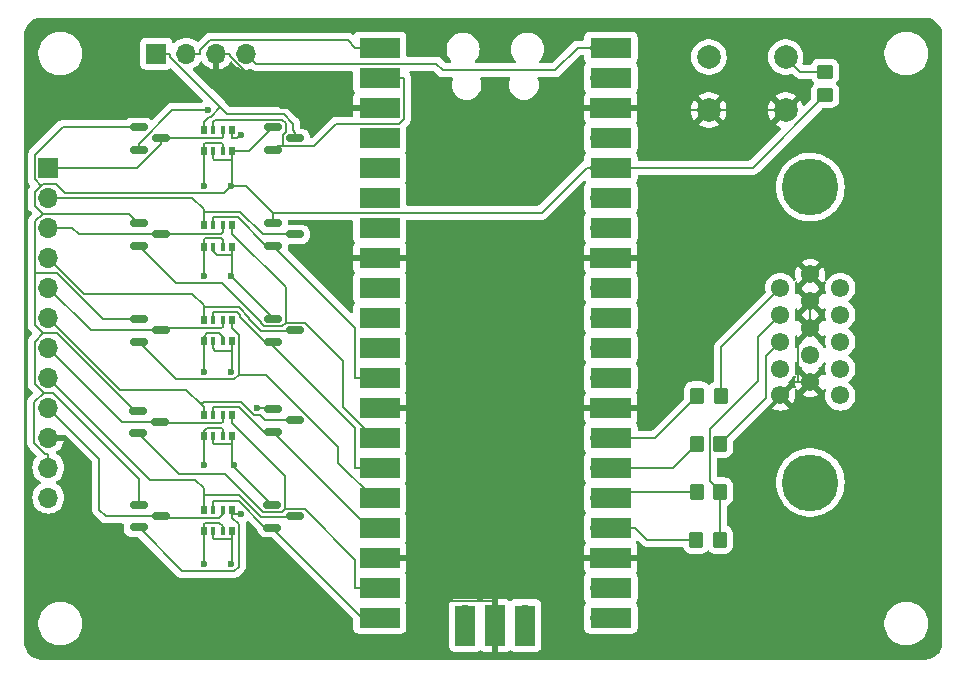
<source format=gbr>
%TF.GenerationSoftware,KiCad,Pcbnew,8.0.2*%
%TF.CreationDate,2025-03-07T16:53:29+01:00*%
%TF.ProjectId,pico-vga-devboard,7069636f-2d76-4676-912d-646576626f61,rev?*%
%TF.SameCoordinates,Original*%
%TF.FileFunction,Copper,L1,Top*%
%TF.FilePolarity,Positive*%
%FSLAX46Y46*%
G04 Gerber Fmt 4.6, Leading zero omitted, Abs format (unit mm)*
G04 Created by KiCad (PCBNEW 8.0.2) date 2025-03-07 16:53:29*
%MOMM*%
%LPD*%
G01*
G04 APERTURE LIST*
G04 Aperture macros list*
%AMRoundRect*
0 Rectangle with rounded corners*
0 $1 Rounding radius*
0 $2 $3 $4 $5 $6 $7 $8 $9 X,Y pos of 4 corners*
0 Add a 4 corners polygon primitive as box body*
4,1,4,$2,$3,$4,$5,$6,$7,$8,$9,$2,$3,0*
0 Add four circle primitives for the rounded corners*
1,1,$1+$1,$2,$3*
1,1,$1+$1,$4,$5*
1,1,$1+$1,$6,$7*
1,1,$1+$1,$8,$9*
0 Add four rect primitives between the rounded corners*
20,1,$1+$1,$2,$3,$4,$5,0*
20,1,$1+$1,$4,$5,$6,$7,0*
20,1,$1+$1,$6,$7,$8,$9,0*
20,1,$1+$1,$8,$9,$2,$3,0*%
G04 Aperture macros list end*
%TA.AperFunction,SMDPad,CuDef*%
%ADD10R,0.500000X0.800000*%
%TD*%
%TA.AperFunction,SMDPad,CuDef*%
%ADD11R,0.400000X0.800000*%
%TD*%
%TA.AperFunction,SMDPad,CuDef*%
%ADD12RoundRect,0.150000X-0.587500X-0.150000X0.587500X-0.150000X0.587500X0.150000X-0.587500X0.150000X0*%
%TD*%
%TA.AperFunction,ComponentPad*%
%ADD13C,1.550000*%
%TD*%
%TA.AperFunction,ComponentPad*%
%ADD14C,4.800000*%
%TD*%
%TA.AperFunction,SMDPad,CuDef*%
%ADD15RoundRect,0.250000X-0.350000X-0.450000X0.350000X-0.450000X0.350000X0.450000X-0.350000X0.450000X0*%
%TD*%
%TA.AperFunction,ComponentPad*%
%ADD16O,1.700000X1.700000*%
%TD*%
%TA.AperFunction,SMDPad,CuDef*%
%ADD17R,3.500000X1.700000*%
%TD*%
%TA.AperFunction,ComponentPad*%
%ADD18R,1.700000X1.700000*%
%TD*%
%TA.AperFunction,SMDPad,CuDef*%
%ADD19R,1.700000X3.500000*%
%TD*%
%TA.AperFunction,SMDPad,CuDef*%
%ADD20RoundRect,0.250000X0.450000X-0.350000X0.450000X0.350000X-0.450000X0.350000X-0.450000X-0.350000X0*%
%TD*%
%TA.AperFunction,ComponentPad*%
%ADD21C,2.000000*%
%TD*%
%TA.AperFunction,ViaPad*%
%ADD22C,0.600000*%
%TD*%
%TA.AperFunction,Conductor*%
%ADD23C,0.200000*%
%TD*%
G04 APERTURE END LIST*
D10*
%TO.P,RN3,1,R1.1*%
%TO.N,LD4*%
X62802500Y-73874000D03*
D11*
%TO.P,RN3,2,R2.1*%
%TO.N,D4*%
X62002500Y-73874000D03*
%TO.P,RN3,3,R3.1*%
%TO.N,LD3*%
X61202500Y-73874000D03*
D10*
%TO.P,RN3,4,R4.1*%
%TO.N,D3*%
X60402500Y-73874000D03*
%TO.P,RN3,5,R4.2*%
%TO.N,+5V*%
X60402500Y-75674000D03*
D11*
%TO.P,RN3,6,R3.2*%
%TO.N,+3V3*%
X61202500Y-75674000D03*
%TO.P,RN3,7,R2.2*%
%TO.N,+5V*%
X62002500Y-75674000D03*
D10*
%TO.P,RN3,8,R1.2*%
%TO.N,+3V3*%
X62802500Y-75674000D03*
%TD*%
D12*
%TO.P,Q2,1,G*%
%TO.N,+3V3*%
X54882500Y-65664000D03*
%TO.P,Q2,2,S*%
%TO.N,LD2*%
X54882500Y-67564000D03*
%TO.P,Q2,3,D*%
%TO.N,D2*%
X56757500Y-66614000D03*
%TD*%
D13*
%TO.P,J2,1*%
%TO.N,R*%
X109220000Y-71132000D03*
%TO.P,J2,2*%
%TO.N,G*%
X109220000Y-73412000D03*
%TO.P,J2,3*%
%TO.N,B*%
X109220000Y-75692000D03*
%TO.P,J2,4*%
%TO.N,unconnected-(J2-Pad4)*%
X109220000Y-77972000D03*
%TO.P,J2,5*%
%TO.N,GND*%
X109220000Y-80252000D03*
%TO.P,J2,6*%
X111760000Y-69992000D03*
%TO.P,J2,7*%
X111760000Y-72272000D03*
%TO.P,J2,8*%
X111760000Y-74552000D03*
%TO.P,J2,9*%
%TO.N,unconnected-(J2-Pad9)*%
X111760000Y-76832000D03*
%TO.P,J2,10*%
%TO.N,GND*%
X111760000Y-79112000D03*
%TO.P,J2,11*%
%TO.N,unconnected-(J2-Pad11)*%
X114300000Y-71132000D03*
%TO.P,J2,12*%
%TO.N,unconnected-(J2-Pad12)*%
X114300000Y-73412000D03*
%TO.P,J2,13*%
%TO.N,HSYNC*%
X114300000Y-75692000D03*
%TO.P,J2,14*%
%TO.N,VSYNC*%
X114300000Y-77972000D03*
%TO.P,J2,15*%
%TO.N,unconnected-(J2-Pad15)*%
X114300000Y-80252000D03*
D14*
%TO.P,J2,16*%
%TO.N,N/C*%
X111760000Y-87622000D03*
%TO.P,J2,17*%
X111760000Y-62622000D03*
%TD*%
D15*
%TO.P,R6,1*%
%TO.N,Net-(U1-GPIO19)*%
X102140000Y-88392000D03*
%TO.P,R6,2*%
%TO.N,G*%
X104140000Y-88392000D03*
%TD*%
D12*
%TO.P,Q1,1,G*%
%TO.N,+3V3*%
X54882500Y-57536000D03*
%TO.P,Q1,2,S*%
%TO.N,LD0*%
X54882500Y-59436000D03*
%TO.P,Q1,3,D*%
%TO.N,D0*%
X56757500Y-58486000D03*
%TD*%
%TO.P,Q10,1,G*%
%TO.N,+3V3*%
X66215500Y-89540000D03*
%TO.P,Q10,2,S*%
%TO.N,LD7*%
X66215500Y-91440000D03*
%TO.P,Q10,3,D*%
%TO.N,D7*%
X68090500Y-90490000D03*
%TD*%
%TO.P,Q3,1,G*%
%TO.N,+3V3*%
X54882500Y-73792000D03*
%TO.P,Q3,2,S*%
%TO.N,LD4*%
X54882500Y-75692000D03*
%TO.P,Q3,3,D*%
%TO.N,D4*%
X56757500Y-74742000D03*
%TD*%
D10*
%TO.P,RN4,1,R1.1*%
%TO.N,LD6*%
X62802500Y-81894000D03*
D11*
%TO.P,RN4,2,R2.1*%
%TO.N,D6*%
X62002500Y-81894000D03*
%TO.P,RN4,3,R3.1*%
%TO.N,LD5*%
X61202500Y-81894000D03*
D10*
%TO.P,RN4,4,R4.1*%
%TO.N,D5*%
X60402500Y-81894000D03*
%TO.P,RN4,5,R4.2*%
%TO.N,+5V*%
X60402500Y-83694000D03*
D11*
%TO.P,RN4,6,R3.2*%
%TO.N,+3V3*%
X61202500Y-83694000D03*
%TO.P,RN4,7,R2.2*%
%TO.N,+5V*%
X62002500Y-83694000D03*
D10*
%TO.P,RN4,8,R1.2*%
%TO.N,+3V3*%
X62802500Y-83694000D03*
%TD*%
%TO.P,RN1,1,R1.1*%
%TO.N,LD0*%
X62802500Y-57774000D03*
D11*
%TO.P,RN1,2,R2.1*%
%TO.N,D0*%
X62002500Y-57774000D03*
%TO.P,RN1,3,R3.1*%
%TO.N,L_RX*%
X61202500Y-57774000D03*
D10*
%TO.P,RN1,4,R4.1*%
%TO.N,TX*%
X60402500Y-57774000D03*
%TO.P,RN1,5,R4.2*%
%TO.N,+5V*%
X60402500Y-59574000D03*
D11*
%TO.P,RN1,6,R3.2*%
%TO.N,+3V3*%
X61202500Y-59574000D03*
%TO.P,RN1,7,R2.2*%
%TO.N,+5V*%
X62002500Y-59574000D03*
D10*
%TO.P,RN1,8,R1.2*%
%TO.N,+3V3*%
X62802500Y-59574000D03*
%TD*%
%TO.P,RN2,1,R1.1*%
%TO.N,LD2*%
X62802500Y-65854000D03*
D11*
%TO.P,RN2,2,R2.1*%
%TO.N,D2*%
X62002500Y-65854000D03*
%TO.P,RN2,3,R3.1*%
%TO.N,LD1*%
X61202500Y-65854000D03*
D10*
%TO.P,RN2,4,R4.1*%
%TO.N,D1*%
X60402500Y-65854000D03*
%TO.P,RN2,5,R4.2*%
%TO.N,+5V*%
X60402500Y-67654000D03*
D11*
%TO.P,RN2,6,R3.2*%
%TO.N,+3V3*%
X61202500Y-67654000D03*
%TO.P,RN2,7,R2.2*%
%TO.N,+5V*%
X62002500Y-67654000D03*
D10*
%TO.P,RN2,8,R1.2*%
%TO.N,+3V3*%
X62802500Y-67654000D03*
%TD*%
D12*
%TO.P,Q7,1,G*%
%TO.N,+3V3*%
X66294000Y-65664000D03*
%TO.P,Q7,2,S*%
%TO.N,LD1*%
X66294000Y-67564000D03*
%TO.P,Q7,3,D*%
%TO.N,D1*%
X68169000Y-66614000D03*
%TD*%
D15*
%TO.P,R4,1*%
%TO.N,Net-(U1-GPIO21)*%
X102172000Y-80264000D03*
%TO.P,R4,2*%
%TO.N,R*%
X104172000Y-80264000D03*
%TD*%
D12*
%TO.P,Q6,1,G*%
%TO.N,+3V3*%
X66294000Y-57536000D03*
%TO.P,Q6,2,S*%
%TO.N,L_RX*%
X66294000Y-59436000D03*
%TO.P,Q6,3,D*%
%TO.N,TX*%
X68169000Y-58486000D03*
%TD*%
D16*
%TO.P,U1,1,GPIO0*%
%TO.N,L_TX*%
X76200000Y-50800000D03*
D17*
X75300000Y-50800000D03*
D16*
%TO.P,U1,2,GPIO1*%
%TO.N,L_RX*%
X76200000Y-53340000D03*
D17*
X75300000Y-53340000D03*
D18*
%TO.P,U1,3,GND*%
%TO.N,GND*%
X76200000Y-55880000D03*
D17*
X75300000Y-55880000D03*
D16*
%TO.P,U1,4,GPIO2*%
%TO.N,L_LATCH*%
X76200000Y-58420000D03*
D17*
X75300000Y-58420000D03*
D16*
%TO.P,U1,5,GPIO3*%
%TO.N,unconnected-(U1-GPIO3-Pad5)_0*%
X76200000Y-60960000D03*
D17*
%TO.N,unconnected-(U1-GPIO3-Pad5)*%
X75300000Y-60960000D03*
D16*
%TO.P,U1,6,GPIO4*%
%TO.N,unconnected-(U1-GPIO4-Pad6)*%
X76200000Y-63500000D03*
D17*
%TO.N,unconnected-(U1-GPIO4-Pad6)_0*%
X75300000Y-63500000D03*
D16*
%TO.P,U1,7,GPIO5*%
%TO.N,unconnected-(U1-GPIO5-Pad7)_0*%
X76200000Y-66040000D03*
D17*
%TO.N,unconnected-(U1-GPIO5-Pad7)*%
X75300000Y-66040000D03*
D18*
%TO.P,U1,8,GND*%
%TO.N,GND*%
X76200000Y-68580000D03*
D17*
X75300000Y-68580000D03*
D16*
%TO.P,U1,9,GPIO6*%
%TO.N,unconnected-(U1-GPIO6-Pad9)_0*%
X76200000Y-71120000D03*
D17*
%TO.N,unconnected-(U1-GPIO6-Pad9)*%
X75300000Y-71120000D03*
D16*
%TO.P,U1,10,GPIO7*%
%TO.N,unconnected-(U1-GPIO7-Pad10)_0*%
X76200000Y-73660000D03*
D17*
%TO.N,unconnected-(U1-GPIO7-Pad10)*%
X75300000Y-73660000D03*
D16*
%TO.P,U1,11,GPIO8*%
%TO.N,LD0*%
X76200000Y-76200000D03*
D17*
X75300000Y-76200000D03*
D16*
%TO.P,U1,12,GPIO9*%
%TO.N,LD1*%
X76200000Y-78740000D03*
D17*
X75300000Y-78740000D03*
D18*
%TO.P,U1,13,GND*%
%TO.N,GND*%
X76200000Y-81280000D03*
D17*
X75300000Y-81280000D03*
D16*
%TO.P,U1,14,GPIO10*%
%TO.N,LD2*%
X76200000Y-83820000D03*
D17*
X75300000Y-83820000D03*
D16*
%TO.P,U1,15,GPIO11*%
%TO.N,LD3*%
X76200000Y-86360000D03*
D17*
X75300000Y-86360000D03*
D16*
%TO.P,U1,16,GPIO12*%
%TO.N,LD4*%
X76200000Y-88900000D03*
D17*
X75300000Y-88900000D03*
D16*
%TO.P,U1,17,GPIO13*%
%TO.N,LD5*%
X76200000Y-91440000D03*
D17*
X75300000Y-91440000D03*
D18*
%TO.P,U1,18,GND*%
%TO.N,GND*%
X76200000Y-93980000D03*
D17*
X75300000Y-93980000D03*
D16*
%TO.P,U1,19,GPIO14*%
%TO.N,LD6*%
X76200000Y-96520000D03*
D17*
X75300000Y-96520000D03*
D16*
%TO.P,U1,20,GPIO15*%
%TO.N,LD7*%
X76200000Y-99060000D03*
D17*
X75300000Y-99060000D03*
D16*
%TO.P,U1,21,GPIO16*%
%TO.N,HSYNC*%
X93980000Y-99060000D03*
D17*
X94880000Y-99060000D03*
D16*
%TO.P,U1,22,GPIO17*%
%TO.N,VSYNC*%
X93980000Y-96520000D03*
D17*
X94880000Y-96520000D03*
D18*
%TO.P,U1,23,GND*%
%TO.N,GND*%
X93980000Y-93980000D03*
D17*
X94880000Y-93980000D03*
D16*
%TO.P,U1,24,GPIO18*%
%TO.N,Net-(U1-GPIO18)*%
X93980000Y-91440000D03*
D17*
X94880000Y-91440000D03*
D16*
%TO.P,U1,25,GPIO19*%
%TO.N,Net-(U1-GPIO19)*%
X93980000Y-88900000D03*
D17*
X94880000Y-88900000D03*
D16*
%TO.P,U1,26,GPIO20*%
%TO.N,Net-(U1-GPIO20)*%
X93980000Y-86360000D03*
D17*
X94880000Y-86360000D03*
D16*
%TO.P,U1,27,GPIO21*%
%TO.N,Net-(U1-GPIO21)*%
X93980000Y-83820000D03*
D17*
X94880000Y-83820000D03*
D18*
%TO.P,U1,28,GND*%
%TO.N,GND*%
X93980000Y-81280000D03*
D17*
X94880000Y-81280000D03*
D16*
%TO.P,U1,29,GPIO22*%
%TO.N,unconnected-(U1-GPIO22-Pad29)*%
X93980000Y-78740000D03*
D17*
%TO.N,unconnected-(U1-GPIO22-Pad29)_0*%
X94880000Y-78740000D03*
D16*
%TO.P,U1,30,RUN*%
%TO.N,RUN*%
X93980000Y-76200000D03*
D17*
X94880000Y-76200000D03*
D16*
%TO.P,U1,31,GPIO26_ADC0*%
%TO.N,unconnected-(U1-GPIO26_ADC0-Pad31)_0*%
X93980000Y-73660000D03*
D17*
%TO.N,unconnected-(U1-GPIO26_ADC0-Pad31)*%
X94880000Y-73660000D03*
D16*
%TO.P,U1,32,GPIO27_ADC1*%
%TO.N,unconnected-(U1-GPIO27_ADC1-Pad32)*%
X93980000Y-71120000D03*
D17*
%TO.N,unconnected-(U1-GPIO27_ADC1-Pad32)_0*%
X94880000Y-71120000D03*
D18*
%TO.P,U1,33,AGND*%
%TO.N,GND*%
X93980000Y-68580000D03*
D17*
X94880000Y-68580000D03*
D16*
%TO.P,U1,34,GPIO28_ADC2*%
%TO.N,unconnected-(U1-GPIO28_ADC2-Pad34)_0*%
X93980000Y-66040000D03*
D17*
%TO.N,unconnected-(U1-GPIO28_ADC2-Pad34)*%
X94880000Y-66040000D03*
D16*
%TO.P,U1,35,ADC_VREF*%
%TO.N,unconnected-(U1-ADC_VREF-Pad35)*%
X93980000Y-63500000D03*
D17*
%TO.N,unconnected-(U1-ADC_VREF-Pad35)_0*%
X94880000Y-63500000D03*
D16*
%TO.P,U1,36,3V3*%
%TO.N,+3V3*%
X93980000Y-60960000D03*
D17*
X94880000Y-60960000D03*
D16*
%TO.P,U1,37,3V3_EN*%
%TO.N,unconnected-(U1-3V3_EN-Pad37)*%
X93980000Y-58420000D03*
D17*
%TO.N,unconnected-(U1-3V3_EN-Pad37)_0*%
X94880000Y-58420000D03*
D18*
%TO.P,U1,38,GND*%
%TO.N,GND*%
X93980000Y-55880000D03*
D17*
X94880000Y-55880000D03*
D16*
%TO.P,U1,39,VSYS*%
%TO.N,unconnected-(U1-VSYS-Pad39)*%
X93980000Y-53340000D03*
D17*
%TO.N,unconnected-(U1-VSYS-Pad39)_0*%
X94880000Y-53340000D03*
D16*
%TO.P,U1,40,VBUS*%
%TO.N,+5V*%
X93980000Y-50800000D03*
D17*
X94880000Y-50800000D03*
D16*
%TO.P,U1,41,SWCLK*%
%TO.N,unconnected-(U1-SWCLK-Pad41)_0*%
X82550000Y-98830000D03*
D19*
%TO.N,unconnected-(U1-SWCLK-Pad41)*%
X82550000Y-99730000D03*
D18*
%TO.P,U1,42,GND*%
%TO.N,GND*%
X85090000Y-98830000D03*
D19*
X85090000Y-99730000D03*
D16*
%TO.P,U1,43,SWDIO*%
%TO.N,unconnected-(U1-SWDIO-Pad43)*%
X87630000Y-98830000D03*
D19*
%TO.N,unconnected-(U1-SWDIO-Pad43)_0*%
X87630000Y-99730000D03*
%TD*%
D12*
%TO.P,Q8,1,G*%
%TO.N,+3V3*%
X66294000Y-73792000D03*
%TO.P,Q8,2,S*%
%TO.N,LD3*%
X66294000Y-75692000D03*
%TO.P,Q8,3,D*%
%TO.N,D3*%
X68169000Y-74742000D03*
%TD*%
D10*
%TO.P,RN5,1,R1.1*%
%TO.N,L_LATCH*%
X62802500Y-89914000D03*
D11*
%TO.P,RN5,2,R2.1*%
%TO.N,LATCH*%
X62002500Y-89914000D03*
%TO.P,RN5,3,R3.1*%
%TO.N,LD7*%
X61202500Y-89914000D03*
D10*
%TO.P,RN5,4,R4.1*%
%TO.N,D7*%
X60402500Y-89914000D03*
%TO.P,RN5,5,R4.2*%
%TO.N,+5V*%
X60402500Y-91714000D03*
D11*
%TO.P,RN5,6,R3.2*%
%TO.N,+3V3*%
X61202500Y-91714000D03*
%TO.P,RN5,7,R2.2*%
%TO.N,+5V*%
X62002500Y-91714000D03*
D10*
%TO.P,RN5,8,R1.2*%
%TO.N,+3V3*%
X62802500Y-91714000D03*
%TD*%
D20*
%TO.P,R3,1*%
%TO.N,+3V3*%
X113014000Y-54832000D03*
%TO.P,R3,2*%
%TO.N,RUN*%
X113014000Y-52832000D03*
%TD*%
D12*
%TO.P,Q9,1,G*%
%TO.N,+3V3*%
X66294000Y-81412000D03*
%TO.P,Q9,2,S*%
%TO.N,LD5*%
X66294000Y-83312000D03*
%TO.P,Q9,3,D*%
%TO.N,D5*%
X68169000Y-82362000D03*
%TD*%
D18*
%TO.P,J3,1,Pin_1*%
%TO.N,TX*%
X56388000Y-51308000D03*
D16*
%TO.P,J3,2,Pin_2*%
%TO.N,L_TX*%
X58928000Y-51308000D03*
%TO.P,J3,3,Pin_3*%
%TO.N,GND*%
X61468000Y-51308000D03*
%TO.P,J3,4,Pin_4*%
%TO.N,+5V*%
X64008000Y-51308000D03*
%TD*%
D12*
%TO.P,Q4,1,G*%
%TO.N,+3V3*%
X54804000Y-81526000D03*
%TO.P,Q4,2,S*%
%TO.N,LD6*%
X54804000Y-83426000D03*
%TO.P,Q4,3,D*%
%TO.N,D6*%
X56679000Y-82476000D03*
%TD*%
D21*
%TO.P,SW1,1,1*%
%TO.N,RUN*%
X103176000Y-51598000D03*
X109676000Y-51598000D03*
%TO.P,SW1,2,2*%
%TO.N,GND*%
X103176000Y-56098000D03*
X109676000Y-56098000D03*
%TD*%
D12*
%TO.P,Q5,1,G*%
%TO.N,+3V3*%
X54882500Y-89527000D03*
%TO.P,Q5,2,S*%
%TO.N,L_LATCH*%
X54882500Y-91427000D03*
%TO.P,Q5,3,D*%
%TO.N,LATCH*%
X56757500Y-90477000D03*
%TD*%
D15*
%TO.P,R7,1*%
%TO.N,Net-(U1-GPIO18)*%
X102108000Y-92456000D03*
%TO.P,R7,2*%
%TO.N,G*%
X104108000Y-92456000D03*
%TD*%
%TO.P,R5,1*%
%TO.N,Net-(U1-GPIO20)*%
X102140000Y-84328000D03*
%TO.P,R5,2*%
%TO.N,B*%
X104140000Y-84328000D03*
%TD*%
D18*
%TO.P,J1,1,Pin_1*%
%TO.N,D0*%
X47244000Y-60960000D03*
D16*
%TO.P,J1,2,Pin_2*%
%TO.N,D1*%
X47244000Y-63500000D03*
%TO.P,J1,3,Pin_3*%
%TO.N,D2*%
X47244000Y-66040000D03*
%TO.P,J1,4,Pin_4*%
%TO.N,D3*%
X47244000Y-68580000D03*
%TO.P,J1,5,Pin_5*%
%TO.N,D4*%
X47244000Y-71120000D03*
%TO.P,J1,6,Pin_6*%
%TO.N,D5*%
X47244000Y-73660000D03*
%TO.P,J1,7,Pin_7*%
%TO.N,D6*%
X47244000Y-76200000D03*
%TO.P,J1,8,Pin_8*%
%TO.N,D7*%
X47244000Y-78740000D03*
%TO.P,J1,9,Pin_9*%
%TO.N,LATCH*%
X47244000Y-81280000D03*
%TO.P,J1,10,Pin_10*%
%TO.N,GND*%
X47244000Y-83820000D03*
%TO.P,J1,11,Pin_11*%
%TO.N,+3V3*%
X47244000Y-86360000D03*
%TO.P,J1,12,Pin_12*%
%TO.N,+5V*%
X47244000Y-88900000D03*
%TD*%
D22*
%TO.N,+5V*%
X60452000Y-94488000D03*
X60452000Y-86106000D03*
X60452000Y-78232000D03*
X60452000Y-70104000D03*
X60452000Y-62484000D03*
%TO.N,L_LATCH*%
X63562600Y-90264000D03*
%TO.N,LD0*%
X60730700Y-56067800D03*
X63576100Y-58157000D03*
%TO.N,+3V3*%
X62738000Y-94488000D03*
X62738000Y-62484000D03*
X62738000Y-70104000D03*
X62738000Y-78232000D03*
X62992000Y-86106000D03*
X64897400Y-81288600D03*
%TD*%
D23*
%TO.N,+5V*%
X92075000Y-50800000D02*
X93980000Y-50800000D01*
X90170000Y-52705000D02*
X92075000Y-50800000D01*
X64858000Y-52158000D02*
X80098000Y-52158000D01*
X80098000Y-52158000D02*
X80645000Y-52705000D01*
X64008000Y-51308000D02*
X64858000Y-52158000D01*
X80645000Y-52705000D02*
X90170000Y-52705000D01*
%TO.N,Net-(U1-GPIO18)*%
X97946100Y-92456000D02*
X96930100Y-91440000D01*
X102108000Y-92456000D02*
X97946100Y-92456000D01*
X93980000Y-91440000D02*
X96930100Y-91440000D01*
%TO.N,G*%
X104108000Y-88424000D02*
X104108000Y-92456000D01*
X104140000Y-88392000D02*
X104108000Y-88424000D01*
X107337700Y-75294300D02*
X109220000Y-73412000D01*
X107337700Y-79025800D02*
X107337700Y-75294300D01*
X103238600Y-83124900D02*
X107337700Y-79025800D01*
X103238600Y-87490600D02*
X103238600Y-83124900D01*
X104140000Y-88392000D02*
X103238600Y-87490600D01*
%TO.N,Net-(U1-GPIO19)*%
X95638100Y-88392000D02*
X95130100Y-88900000D01*
X102140000Y-88392000D02*
X95638100Y-88392000D01*
X93980000Y-88900000D02*
X95130100Y-88900000D01*
%TO.N,B*%
X108015200Y-76896800D02*
X109220000Y-75692000D01*
X108015200Y-80452800D02*
X108015200Y-76896800D01*
X104140000Y-84328000D02*
X108015200Y-80452800D01*
%TO.N,Net-(U1-GPIO20)*%
X100108000Y-86360000D02*
X93980000Y-86360000D01*
X102140000Y-84328000D02*
X100108000Y-86360000D01*
%TO.N,Net-(U1-GPIO21)*%
X98616000Y-83820000D02*
X93980000Y-83820000D01*
X102172000Y-80264000D02*
X98616000Y-83820000D01*
%TO.N,R*%
X104172000Y-76180000D02*
X109220000Y-71132000D01*
X104172000Y-80264000D02*
X104172000Y-76180000D01*
%TO.N,L_TX*%
X72588000Y-50138100D02*
X73249900Y-50800000D01*
X60960500Y-50138100D02*
X72588000Y-50138100D01*
X60078100Y-51020500D02*
X60960500Y-50138100D01*
X60078100Y-51308000D02*
X60078100Y-51020500D01*
X58928000Y-51308000D02*
X60078100Y-51308000D01*
X76200000Y-50800000D02*
X73249900Y-50800000D01*
%TO.N,GND*%
X109676000Y-56098000D02*
X103176000Y-56098000D01*
X95348100Y-56098000D02*
X95130100Y-55880000D01*
X103176000Y-56098000D02*
X95348100Y-56098000D01*
X93980000Y-55880000D02*
X95130100Y-55880000D01*
X81050000Y-97679900D02*
X77350100Y-93980000D01*
X85090000Y-97679900D02*
X81050000Y-97679900D01*
X85090000Y-98830000D02*
X85090000Y-97679900D01*
X76200000Y-93980000D02*
X77350100Y-93980000D01*
X88789900Y-93980000D02*
X85090000Y-97679900D01*
X93980000Y-93980000D02*
X88789900Y-93980000D01*
X111760000Y-72272000D02*
X111760000Y-74552000D01*
X110677800Y-75634200D02*
X110677800Y-79112000D01*
X111760000Y-74552000D02*
X110677800Y-75634200D01*
X111760000Y-79112000D02*
X110677800Y-79112000D01*
X110360000Y-79112000D02*
X109220000Y-80252000D01*
X110677800Y-79112000D02*
X110360000Y-79112000D01*
X61468000Y-51308000D02*
X62618100Y-51308000D01*
X62618100Y-51546300D02*
X62618100Y-51308000D01*
X66951800Y-55880000D02*
X62618100Y-51546300D01*
X76200000Y-55880000D02*
X66951800Y-55880000D01*
%TO.N,+5V*%
X60402500Y-75274000D02*
X60402500Y-75674000D01*
X60702500Y-74974000D02*
X60402500Y-75274000D01*
X61702500Y-74974000D02*
X60702500Y-74974000D01*
X62002500Y-75274000D02*
X61702500Y-74974000D01*
X62002500Y-75674000D02*
X62002500Y-75274000D01*
X60402500Y-91114000D02*
X60402500Y-91714000D01*
X60502500Y-91014000D02*
X60402500Y-91114000D01*
X61702500Y-91014000D02*
X60502500Y-91014000D01*
X62002500Y-91314000D02*
X61702500Y-91014000D01*
X62002500Y-91714000D02*
X62002500Y-91314000D01*
X62002500Y-83094000D02*
X62002500Y-83694000D01*
X61902500Y-82994000D02*
X62002500Y-83094000D01*
X60702500Y-82994000D02*
X61902500Y-82994000D01*
X60402500Y-83294000D02*
X60702500Y-82994000D01*
X60402500Y-83694000D02*
X60402500Y-83294000D01*
X60402500Y-67054000D02*
X60402500Y-67654000D01*
X60502500Y-66954000D02*
X60402500Y-67054000D01*
X61902500Y-66954000D02*
X60502500Y-66954000D01*
X62002500Y-67054000D02*
X61902500Y-66954000D01*
X62002500Y-67654000D02*
X62002500Y-67054000D01*
X62002500Y-58974000D02*
X62002500Y-59574000D01*
X61902500Y-58874000D02*
X62002500Y-58974000D01*
X60502500Y-58874000D02*
X61902500Y-58874000D01*
X60402500Y-58974000D02*
X60502500Y-58874000D01*
X60402500Y-59574000D02*
X60402500Y-58974000D01*
X60402500Y-94438500D02*
X60452000Y-94488000D01*
X60402500Y-91714000D02*
X60402500Y-94438500D01*
X60402500Y-86056500D02*
X60452000Y-86106000D01*
X60402500Y-83694000D02*
X60402500Y-86056500D01*
X60402500Y-78182500D02*
X60452000Y-78232000D01*
X60402500Y-75674000D02*
X60402500Y-78182500D01*
X60402500Y-70054500D02*
X60452000Y-70104000D01*
X60402500Y-67654000D02*
X60402500Y-70054500D01*
X60402500Y-62434500D02*
X60452000Y-62484000D01*
X60402500Y-59574000D02*
X60402500Y-62434500D01*
%TO.N,RUN*%
X110910000Y-52832000D02*
X109676000Y-51598000D01*
X113014000Y-52832000D02*
X110910000Y-52832000D01*
%TO.N,TX*%
X56388000Y-51308000D02*
X57538100Y-51308000D01*
X60402500Y-57774000D02*
X60402500Y-57073900D01*
X60979300Y-56667900D02*
X61802100Y-55845100D01*
X60808500Y-56667900D02*
X60979300Y-56667900D01*
X60402500Y-57073900D02*
X60808500Y-56667900D01*
X57538100Y-51581100D02*
X57538100Y-51308000D01*
X60058700Y-54101700D02*
X57538100Y-51581100D01*
X60058700Y-54101800D02*
X60058700Y-54101700D01*
X61802100Y-55845100D02*
X60058700Y-54101800D01*
X62413600Y-56456700D02*
X61802100Y-55845100D01*
X67175600Y-56456700D02*
X62413600Y-56456700D01*
X67956500Y-57237600D02*
X67175600Y-56456700D01*
X67956500Y-57803400D02*
X67956500Y-57237600D01*
X68169000Y-58015900D02*
X67956500Y-57803400D01*
X68169000Y-58486000D02*
X68169000Y-58015900D01*
%TO.N,L_RX*%
X61202500Y-57774000D02*
X61202500Y-57073900D01*
X76200000Y-53340000D02*
X77350100Y-53340000D01*
X67102400Y-58165100D02*
X67102400Y-59128300D01*
X67359900Y-57907600D02*
X67102400Y-58165100D01*
X67359900Y-57206800D02*
X67359900Y-57907600D01*
X67054300Y-56901200D02*
X67359900Y-57206800D01*
X61375200Y-56901200D02*
X67054300Y-56901200D01*
X61202500Y-57073900D02*
X61375200Y-56901200D01*
X66601700Y-59128300D02*
X67102400Y-59128300D01*
X66294000Y-59436000D02*
X66601700Y-59128300D01*
X77350100Y-56864400D02*
X77350100Y-53340000D01*
X76944700Y-57269800D02*
X77350100Y-56864400D01*
X71618800Y-57269800D02*
X76944700Y-57269800D01*
X69760300Y-59128300D02*
X71618800Y-57269800D01*
X67102400Y-59128300D02*
X69760300Y-59128300D01*
%TO.N,LATCH*%
X62002500Y-90314000D02*
X62002500Y-89914000D01*
X61702500Y-90614000D02*
X62002500Y-90314000D01*
X56894500Y-90614000D02*
X61702500Y-90614000D01*
X56757500Y-90477000D02*
X56894500Y-90614000D01*
X52123000Y-90477000D02*
X56757500Y-90477000D01*
X51562000Y-89916000D02*
X52123000Y-90477000D01*
X51562000Y-85598000D02*
X51562000Y-89916000D01*
X47244000Y-81280000D02*
X51562000Y-85598000D01*
%TO.N,L_LATCH*%
X63352600Y-91164200D02*
X62802500Y-90614100D01*
X63352600Y-94740000D02*
X63352600Y-91164200D01*
X62991900Y-95100700D02*
X63352600Y-94740000D01*
X58556200Y-95100700D02*
X62991900Y-95100700D01*
X54882500Y-91427000D02*
X58556200Y-95100700D01*
X62802500Y-89914000D02*
X62802500Y-90264000D01*
X62802500Y-90264000D02*
X62802500Y-90614100D01*
X62802500Y-90264000D02*
X63562600Y-90264000D01*
%TO.N,D7*%
X60402500Y-88088500D02*
X60402500Y-88665700D01*
X59690000Y-87376000D02*
X60402500Y-88088500D01*
X55880000Y-87376000D02*
X59690000Y-87376000D01*
X47244000Y-78740000D02*
X55880000Y-87376000D01*
X60402500Y-88665700D02*
X60402500Y-89914000D01*
X68039700Y-90540800D02*
X68090500Y-90490000D01*
X65275600Y-90540800D02*
X68039700Y-90540800D01*
X63400500Y-88665700D02*
X65275600Y-90540800D01*
X60402500Y-88665700D02*
X63400500Y-88665700D01*
%TO.N,LD7*%
X61202500Y-89914000D02*
X61202500Y-89213900D01*
X73835500Y-99060000D02*
X76200000Y-99060000D01*
X66215500Y-91440000D02*
X73835500Y-99060000D01*
X65609000Y-91440000D02*
X66215500Y-91440000D01*
X63382900Y-89213900D02*
X65609000Y-91440000D01*
X61202500Y-89213900D02*
X63382900Y-89213900D01*
%TO.N,LD6*%
X62802500Y-81894000D02*
X62802500Y-82594100D01*
X76200000Y-96520000D02*
X73249900Y-96520000D01*
X73249900Y-94188300D02*
X73249900Y-96520000D01*
X68938300Y-89876700D02*
X73249900Y-94188300D01*
X67253700Y-89876700D02*
X68938300Y-89876700D01*
X66989700Y-90140700D02*
X67253700Y-89876700D01*
X65441300Y-90140700D02*
X66989700Y-90140700D01*
X62230100Y-86929500D02*
X65441300Y-90140700D01*
X58307500Y-86929500D02*
X62230100Y-86929500D01*
X54804000Y-83426000D02*
X58307500Y-86929500D01*
X67253700Y-87045300D02*
X62802500Y-82594100D01*
X67253700Y-89876700D02*
X67253700Y-87045300D01*
%TO.N,D6*%
X62002500Y-82494000D02*
X62002500Y-81894000D01*
X61902500Y-82594000D02*
X62002500Y-82494000D01*
X56797000Y-82594000D02*
X61902500Y-82594000D01*
X56679000Y-82476000D02*
X56797000Y-82594000D01*
X53520000Y-82476000D02*
X56679000Y-82476000D01*
X47244000Y-76200000D02*
X53520000Y-82476000D01*
%TO.N,LD5*%
X61202500Y-81894000D02*
X61202500Y-81193900D01*
X65506400Y-83312000D02*
X66294000Y-83312000D01*
X63388300Y-81193900D02*
X65506400Y-83312000D01*
X61202500Y-81193900D02*
X63388300Y-81193900D01*
X74422000Y-91440000D02*
X76200000Y-91440000D01*
X66294000Y-83312000D02*
X74422000Y-91440000D01*
%TO.N,D5*%
X58928000Y-79756000D02*
X60186800Y-81014700D01*
X53340000Y-79756000D02*
X58928000Y-79756000D01*
X47244000Y-73660000D02*
X53340000Y-79756000D01*
X60402500Y-81230500D02*
X60402500Y-81894000D01*
X60186800Y-81014700D02*
X60402500Y-81230500D01*
X65626800Y-82362000D02*
X68169000Y-82362000D01*
X65153500Y-81888700D02*
X65626800Y-82362000D01*
X64648900Y-81888700D02*
X65153500Y-81888700D01*
X63547000Y-80786800D02*
X64648900Y-81888700D01*
X60414700Y-80786800D02*
X63547000Y-80786800D01*
X60186800Y-81014700D02*
X60414700Y-80786800D01*
%TO.N,LD4*%
X62802500Y-73874000D02*
X62802500Y-74574100D01*
X74783300Y-88900000D02*
X76200000Y-88900000D01*
X71812400Y-85929100D02*
X74783300Y-88900000D01*
X71812400Y-84621100D02*
X71812400Y-85929100D01*
X65676200Y-78484900D02*
X71812400Y-84621100D01*
X63352600Y-78484900D02*
X65676200Y-78484900D01*
X63002500Y-78835000D02*
X63352600Y-78484900D01*
X58025500Y-78835000D02*
X63002500Y-78835000D01*
X54882500Y-75692000D02*
X58025500Y-78835000D01*
X63352600Y-75124200D02*
X62802500Y-74574100D01*
X63352600Y-78484900D02*
X63352600Y-75124200D01*
%TO.N,D4*%
X62002500Y-74474000D02*
X62002500Y-73874000D01*
X61902500Y-74574000D02*
X62002500Y-74474000D01*
X56925500Y-74574000D02*
X61902500Y-74574000D01*
X56757500Y-74742000D02*
X56925500Y-74574000D01*
X50866000Y-74742000D02*
X56757500Y-74742000D01*
X47244000Y-71120000D02*
X50866000Y-74742000D01*
%TO.N,D3*%
X60402500Y-72594500D02*
X60402500Y-72773700D01*
X59436000Y-71628000D02*
X60402500Y-72594500D01*
X50292000Y-71628000D02*
X59436000Y-71628000D01*
X47244000Y-68580000D02*
X50292000Y-71628000D01*
X60402500Y-72773700D02*
X60402500Y-73874000D01*
X68118200Y-74792800D02*
X68169000Y-74742000D01*
X65243700Y-74792800D02*
X68118200Y-74792800D01*
X64245900Y-73795000D02*
X65243700Y-74792800D01*
X64245900Y-73655100D02*
X64245900Y-73795000D01*
X63364500Y-72773700D02*
X64245900Y-73655100D01*
X60402500Y-72773700D02*
X63364500Y-72773700D01*
%TO.N,LD3*%
X61202500Y-73874000D02*
X61202500Y-73173900D01*
X76200000Y-86360000D02*
X73249900Y-86360000D01*
X65577200Y-75692000D02*
X66294000Y-75692000D01*
X63456700Y-73571500D02*
X65577200Y-75692000D01*
X63456700Y-73431600D02*
X63456700Y-73571500D01*
X63199000Y-73173900D02*
X63456700Y-73431600D01*
X61202500Y-73173900D02*
X63199000Y-73173900D01*
X73249900Y-83006300D02*
X73249900Y-86360000D01*
X66294000Y-76050400D02*
X73249900Y-83006300D01*
X66294000Y-75692000D02*
X66294000Y-76050400D01*
%TO.N,D2*%
X62002500Y-66454000D02*
X62002500Y-65854000D01*
X61902500Y-66554000D02*
X62002500Y-66454000D01*
X57144000Y-66554000D02*
X61902500Y-66554000D01*
X57084000Y-66614000D02*
X57144000Y-66554000D01*
X56757500Y-66614000D02*
X57084000Y-66614000D01*
X49850000Y-66614000D02*
X56757500Y-66614000D01*
X49276000Y-66040000D02*
X49850000Y-66614000D01*
X47244000Y-66040000D02*
X49276000Y-66040000D01*
%TO.N,LD2*%
X62802500Y-65854000D02*
X62802500Y-66554100D01*
X74798200Y-83820000D02*
X76200000Y-83820000D01*
X72194200Y-81216000D02*
X74798200Y-83820000D01*
X72194200Y-77355600D02*
X72194200Y-81216000D01*
X68967300Y-74128700D02*
X72194200Y-77355600D01*
X67332200Y-74128700D02*
X68967300Y-74128700D01*
X67068200Y-74392700D02*
X67332200Y-74128700D01*
X65519800Y-74392700D02*
X67068200Y-74392700D01*
X65255800Y-74128700D02*
X65519800Y-74392700D01*
X65255800Y-74049300D02*
X65255800Y-74128700D01*
X61948500Y-70742000D02*
X65255800Y-74049300D01*
X58060500Y-70742000D02*
X61948500Y-70742000D01*
X54882500Y-67564000D02*
X58060500Y-70742000D01*
X67332200Y-71083800D02*
X62802500Y-66554100D01*
X67332200Y-74128700D02*
X67332200Y-71083800D01*
%TO.N,LD1*%
X61202500Y-65854000D02*
X61202500Y-65153900D01*
X76200000Y-78740000D02*
X73249900Y-78740000D01*
X63266700Y-65153900D02*
X61202500Y-65153900D01*
X65676800Y-67564000D02*
X63266700Y-65153900D01*
X66294000Y-67564000D02*
X65676800Y-67564000D01*
X73249900Y-74519900D02*
X73249900Y-78740000D01*
X66294000Y-67564000D02*
X73249900Y-74519900D01*
%TO.N,D1*%
X60402500Y-64466500D02*
X60402500Y-64743100D01*
X59436000Y-63500000D02*
X60402500Y-64466500D01*
X47244000Y-63500000D02*
X59436000Y-63500000D01*
X60402500Y-64743100D02*
X60402500Y-65854000D01*
X65380700Y-66614000D02*
X68169000Y-66614000D01*
X63509800Y-64743100D02*
X65380700Y-66614000D01*
X60402500Y-64743100D02*
X63509800Y-64743100D01*
%TO.N,LD0*%
X57738200Y-56067800D02*
X60730700Y-56067800D01*
X54882500Y-58923500D02*
X57738200Y-56067800D01*
X54882500Y-59436000D02*
X54882500Y-58923500D01*
X62802500Y-57774000D02*
X62802500Y-58474100D01*
X63259000Y-58474100D02*
X63576100Y-58157000D01*
X62802500Y-58474100D02*
X63259000Y-58474100D01*
%TO.N,D0*%
X56757500Y-58486000D02*
X56763500Y-58480000D01*
X62002500Y-58393500D02*
X62002500Y-57774000D01*
X61922000Y-58474000D02*
X62002500Y-58393500D01*
X56769500Y-58474000D02*
X61922000Y-58474000D01*
X56763500Y-58480000D02*
X56769500Y-58474000D01*
X54743900Y-60960000D02*
X47244000Y-60960000D01*
X56763500Y-58940400D02*
X54743900Y-60960000D01*
X56763500Y-58480000D02*
X56763500Y-58940400D01*
%TO.N,+3V3*%
X62702500Y-92414000D02*
X62802500Y-92314000D01*
X61302500Y-92414000D02*
X62702500Y-92414000D01*
X61202500Y-92314000D02*
X61302500Y-92414000D01*
X61202500Y-91714000D02*
X61202500Y-92314000D01*
X62702500Y-84394000D02*
X62802500Y-84294000D01*
X61302500Y-84394000D02*
X62702500Y-84394000D01*
X61202500Y-84294000D02*
X61302500Y-84394000D01*
X61202500Y-83694000D02*
X61202500Y-84294000D01*
X62738000Y-76454000D02*
X62802500Y-76389500D01*
X61382500Y-76454000D02*
X62738000Y-76454000D01*
X61202500Y-76274000D02*
X61382500Y-76454000D01*
X61202500Y-75674000D02*
X61202500Y-76274000D01*
X62802500Y-68254000D02*
X62802500Y-67654000D01*
X62702500Y-68354000D02*
X62802500Y-68254000D01*
X61502500Y-68354000D02*
X62702500Y-68354000D01*
X61202500Y-68054000D02*
X61502500Y-68354000D01*
X61202500Y-67654000D02*
X61202500Y-68054000D01*
X62702500Y-60274000D02*
X62802500Y-60174000D01*
X61302500Y-60274000D02*
X62702500Y-60274000D01*
X61202500Y-60174000D02*
X61302500Y-60274000D01*
X61202500Y-59574000D02*
X61202500Y-60174000D01*
X62802500Y-84294000D02*
X62802500Y-83694000D01*
X62802500Y-83694000D02*
X62802500Y-84294000D01*
X62802500Y-78167500D02*
X62738000Y-78232000D01*
X62802500Y-76389500D02*
X62802500Y-78167500D01*
X62802500Y-67654000D02*
X62802500Y-68254000D01*
X62802500Y-92314000D02*
X62802500Y-91714000D01*
X62802500Y-91714000D02*
X62802500Y-92314000D01*
X62802500Y-94423500D02*
X62738000Y-94488000D01*
X62802500Y-92314000D02*
X62802500Y-94423500D01*
X62802500Y-75674000D02*
X62802500Y-75883300D01*
X62802500Y-75883300D02*
X62802500Y-76389500D01*
X62802500Y-76389500D02*
X62802500Y-75883300D01*
X62802500Y-75883300D02*
X62802500Y-75674000D01*
X47244000Y-86360000D02*
X47244000Y-85209900D01*
X47005700Y-85209900D02*
X47244000Y-85209900D01*
X46075600Y-84279800D02*
X47005700Y-85209900D01*
X46075600Y-80784300D02*
X46075600Y-84279800D01*
X46849900Y-80010000D02*
X46075600Y-80784300D01*
X47606200Y-80010000D02*
X46849900Y-80010000D01*
X54882500Y-87286300D02*
X47606200Y-80010000D01*
X54882500Y-89527000D02*
X54882500Y-87286300D01*
X106886000Y-60960000D02*
X93980000Y-60960000D01*
X113014000Y-54832000D02*
X106886000Y-60960000D01*
X66170600Y-81288600D02*
X66294000Y-81412000D01*
X64897400Y-81288600D02*
X66170600Y-81288600D01*
X46093800Y-75697700D02*
X46799700Y-74991800D01*
X46093800Y-79253900D02*
X46093800Y-75697700D01*
X46849900Y-80010000D02*
X46093800Y-79253900D01*
X54544100Y-81526000D02*
X54804000Y-81526000D01*
X48009900Y-74991800D02*
X54544100Y-81526000D01*
X46799700Y-74991800D02*
X48009900Y-74991800D01*
X48009700Y-69911600D02*
X46093800Y-69911600D01*
X51890100Y-73792000D02*
X48009700Y-69911600D01*
X54882500Y-73792000D02*
X51890100Y-73792000D01*
X46093800Y-74285900D02*
X46799700Y-74991800D01*
X46093800Y-69911600D02*
X46093800Y-74285900D01*
X62802500Y-85916500D02*
X62992000Y-86106000D01*
X62802500Y-84294000D02*
X62802500Y-85916500D01*
X62992000Y-86316500D02*
X62992000Y-86106000D01*
X66215500Y-89540000D02*
X62992000Y-86316500D01*
X62802500Y-60092000D02*
X62802500Y-60174000D01*
X62802500Y-60174000D02*
X62802500Y-60092000D01*
X62802500Y-62419500D02*
X62738000Y-62484000D01*
X62802500Y-60174000D02*
X62802500Y-62419500D01*
X62802500Y-60092000D02*
X62802500Y-59833000D01*
X62802500Y-59833000D02*
X62802500Y-60092000D01*
X93980000Y-60960000D02*
X92829900Y-60960000D01*
X66294000Y-64770000D02*
X66294000Y-65664000D01*
X89019900Y-64770000D02*
X92829900Y-60960000D01*
X66294000Y-64770000D02*
X89019900Y-64770000D01*
X64008000Y-62484000D02*
X66294000Y-64770000D01*
X62738000Y-62484000D02*
X64008000Y-62484000D01*
X54066500Y-64848000D02*
X46759500Y-64848000D01*
X54882500Y-65664000D02*
X54066500Y-64848000D01*
X46093800Y-65513700D02*
X46093800Y-69911600D01*
X46759500Y-64848000D02*
X46093800Y-65513700D01*
X48476100Y-57536000D02*
X54882500Y-57536000D01*
X46093800Y-59918300D02*
X48476100Y-57536000D01*
X46093800Y-61946400D02*
X46093800Y-59918300D01*
X46630400Y-62483000D02*
X46093800Y-61946400D01*
X46775900Y-62337500D02*
X46630400Y-62483000D01*
X47938000Y-62337500D02*
X46775900Y-62337500D01*
X48700300Y-63099800D02*
X47938000Y-62337500D01*
X62122200Y-63099800D02*
X48700300Y-63099800D01*
X62738000Y-62484000D02*
X62122200Y-63099800D01*
X46093900Y-64182400D02*
X46759500Y-64848000D01*
X46093900Y-63019500D02*
X46093900Y-64182400D01*
X46630400Y-62483000D02*
X46093900Y-63019500D01*
X62802500Y-70039500D02*
X62738100Y-70103900D01*
X62802500Y-68254000D02*
X62802500Y-70039500D01*
X62738100Y-70103900D02*
X62738000Y-70104000D01*
X66294000Y-73659900D02*
X66294000Y-73792000D01*
X62738100Y-70103900D02*
X66294000Y-73659900D01*
X62802500Y-59703500D02*
X62802500Y-59833000D01*
X62802500Y-59833000D02*
X62802500Y-59703500D01*
X62802500Y-59703500D02*
X62802500Y-59638700D01*
X62802500Y-59638700D02*
X62802500Y-59703500D01*
X62802500Y-59606300D02*
X62802500Y-59638700D01*
X62802500Y-59638700D02*
X62802500Y-59606300D01*
X62802500Y-59606300D02*
X62802500Y-59590100D01*
X62802500Y-59590100D02*
X62802500Y-59606300D01*
X62802500Y-59582000D02*
X62802500Y-59590100D01*
X62802500Y-59590100D02*
X62802500Y-59582000D01*
X62802500Y-59582000D02*
X62802500Y-59578000D01*
X62802500Y-59578000D02*
X62802500Y-59582000D01*
X62802500Y-59576000D02*
X62802500Y-59578000D01*
X62802500Y-59578000D02*
X62802500Y-59576000D01*
X62802500Y-59576000D02*
X62802500Y-59575000D01*
X62802500Y-59575000D02*
X62802500Y-59576000D01*
X62802500Y-59574500D02*
X62802500Y-59575000D01*
X62802500Y-59575000D02*
X62802500Y-59574500D01*
X62802500Y-59574500D02*
X62802500Y-59574200D01*
X62802500Y-59574200D02*
X62802500Y-59574500D01*
X62802500Y-59574000D02*
X62802500Y-59574100D01*
X62802500Y-59574100D02*
X62802500Y-59574200D01*
X62802500Y-59574200D02*
X62802500Y-59574100D01*
X62802500Y-59574100D02*
X62802500Y-59574000D01*
X64256000Y-59574000D02*
X66294000Y-57536000D01*
X62802500Y-59574000D02*
X64256000Y-59574000D01*
%TD*%
%TA.AperFunction,Conductor*%
%TO.N,GND*%
G36*
X75724755Y-93783147D02*
G01*
X75690000Y-93912857D01*
X75690000Y-94047143D01*
X75724755Y-94176853D01*
X75755440Y-94230000D01*
X75174000Y-94230000D01*
X75106961Y-94210315D01*
X75061206Y-94157511D01*
X75050000Y-94106000D01*
X75050000Y-93854000D01*
X75069685Y-93786961D01*
X75122489Y-93741206D01*
X75174000Y-93730000D01*
X75755440Y-93730000D01*
X75724755Y-93783147D01*
G37*
%TD.AperFunction*%
%TA.AperFunction,Conductor*%
G36*
X75724755Y-81083147D02*
G01*
X75690000Y-81212857D01*
X75690000Y-81347143D01*
X75724755Y-81476853D01*
X75755440Y-81530000D01*
X75174000Y-81530000D01*
X75106961Y-81510315D01*
X75061206Y-81457511D01*
X75050000Y-81406000D01*
X75050000Y-81154000D01*
X75069685Y-81086961D01*
X75122489Y-81041206D01*
X75174000Y-81030000D01*
X75755440Y-81030000D01*
X75724755Y-81083147D01*
G37*
%TD.AperFunction*%
%TA.AperFunction,Conductor*%
G36*
X110508957Y-78601898D02*
G01*
X110544371Y-78662128D01*
X110543877Y-78724410D01*
X110499575Y-78889747D01*
X110499573Y-78889758D01*
X110480130Y-79111998D01*
X110480130Y-79112001D01*
X110499573Y-79334241D01*
X110499575Y-79334252D01*
X110544255Y-79501001D01*
X110542592Y-79570851D01*
X110503429Y-79628713D01*
X110439201Y-79656217D01*
X110370298Y-79644630D01*
X110322905Y-79604217D01*
X110281075Y-79544477D01*
X110281074Y-79544476D01*
X109702962Y-80122589D01*
X109685925Y-80059007D01*
X109620099Y-79944993D01*
X109527007Y-79851901D01*
X109412993Y-79786075D01*
X109349409Y-79769037D01*
X109927522Y-79190924D01*
X109925747Y-79170645D01*
X109916680Y-79159301D01*
X109909488Y-79089802D01*
X109941011Y-79027448D01*
X109960299Y-79010734D01*
X110043007Y-78952822D01*
X110200822Y-78795007D01*
X110322529Y-78621190D01*
X110377104Y-78577569D01*
X110446603Y-78570376D01*
X110508957Y-78601898D01*
G37*
%TD.AperFunction*%
%TA.AperFunction,Conductor*%
G36*
X110610917Y-77441979D02*
G01*
X110658310Y-77482390D01*
X110779178Y-77655007D01*
X110936993Y-77812822D01*
X111019695Y-77870731D01*
X111063317Y-77925305D01*
X111070510Y-77994804D01*
X111054640Y-78026195D01*
X111052476Y-78050923D01*
X111630590Y-78629037D01*
X111567007Y-78646075D01*
X111452993Y-78711901D01*
X111359901Y-78804993D01*
X111294075Y-78919007D01*
X111277037Y-78982590D01*
X110698923Y-78404476D01*
X110657933Y-78463019D01*
X110603356Y-78506645D01*
X110533858Y-78513839D01*
X110471503Y-78482317D01*
X110436088Y-78422087D01*
X110436581Y-78359806D01*
X110480920Y-78194334D01*
X110500372Y-77972000D01*
X110480920Y-77749666D01*
X110436961Y-77585608D01*
X110438624Y-77515758D01*
X110477787Y-77457896D01*
X110542015Y-77430392D01*
X110610917Y-77441979D01*
G37*
%TD.AperFunction*%
%TA.AperFunction,Conductor*%
G36*
X113048118Y-77463096D02*
G01*
X113083532Y-77523326D01*
X113083038Y-77585608D01*
X113039081Y-77749660D01*
X113039079Y-77749670D01*
X113019628Y-77971999D01*
X113019628Y-77972000D01*
X113039079Y-78194329D01*
X113039081Y-78194339D01*
X113083417Y-78359803D01*
X113081754Y-78429653D01*
X113042591Y-78487515D01*
X112978363Y-78515019D01*
X112909461Y-78503432D01*
X112862067Y-78463020D01*
X112821074Y-78404477D01*
X112821074Y-78404476D01*
X112242962Y-78982589D01*
X112225925Y-78919007D01*
X112160099Y-78804993D01*
X112067007Y-78711901D01*
X111952993Y-78646075D01*
X111889410Y-78629037D01*
X112467522Y-78050924D01*
X112465747Y-78030645D01*
X112456680Y-78019301D01*
X112449488Y-77949802D01*
X112481011Y-77887448D01*
X112500299Y-77870734D01*
X112583007Y-77812822D01*
X112740822Y-77655007D01*
X112861691Y-77482388D01*
X112916265Y-77438767D01*
X112985764Y-77431574D01*
X113048118Y-77463096D01*
G37*
%TD.AperFunction*%
%TA.AperFunction,Conductor*%
G36*
X112821074Y-75259522D02*
G01*
X112862067Y-75200979D01*
X112916644Y-75157354D01*
X112986142Y-75150160D01*
X113048497Y-75181683D01*
X113083911Y-75241913D01*
X113083417Y-75304195D01*
X113039081Y-75469660D01*
X113039079Y-75469670D01*
X113019628Y-75691999D01*
X113019628Y-75692000D01*
X113039079Y-75914329D01*
X113039081Y-75914339D01*
X113083038Y-76078391D01*
X113081375Y-76148241D01*
X113042212Y-76206103D01*
X112977983Y-76233607D01*
X112909081Y-76222020D01*
X112861689Y-76181609D01*
X112740822Y-76008993D01*
X112583007Y-75851178D01*
X112500304Y-75793268D01*
X112456679Y-75738691D01*
X112449487Y-75669193D01*
X112465359Y-75637795D01*
X112467522Y-75613074D01*
X111889409Y-75034962D01*
X111952993Y-75017925D01*
X112067007Y-74952099D01*
X112160099Y-74859007D01*
X112225925Y-74744993D01*
X112242962Y-74681409D01*
X112821074Y-75259522D01*
G37*
%TD.AperFunction*%
%TA.AperFunction,Conductor*%
G36*
X111294075Y-74744993D02*
G01*
X111359901Y-74859007D01*
X111452993Y-74952099D01*
X111567007Y-75017925D01*
X111630590Y-75034962D01*
X111052476Y-75613074D01*
X111054251Y-75633353D01*
X111063319Y-75644698D01*
X111070511Y-75714197D01*
X111038988Y-75776551D01*
X111019695Y-75793269D01*
X110936989Y-75851181D01*
X110779178Y-76008992D01*
X110658310Y-76181608D01*
X110603733Y-76225233D01*
X110534235Y-76232425D01*
X110471880Y-76200902D01*
X110436467Y-76140672D01*
X110436961Y-76078390D01*
X110440906Y-76063670D01*
X110480920Y-75914334D01*
X110500372Y-75692000D01*
X110480920Y-75469666D01*
X110436582Y-75304193D01*
X110438245Y-75234347D01*
X110477407Y-75176484D01*
X110541636Y-75148980D01*
X110610538Y-75160566D01*
X110657932Y-75200979D01*
X110698924Y-75259521D01*
X111277037Y-74681409D01*
X111294075Y-74744993D01*
G37*
%TD.AperFunction*%
%TA.AperFunction,Conductor*%
G36*
X111294075Y-72464993D02*
G01*
X111359901Y-72579007D01*
X111452993Y-72672099D01*
X111567007Y-72737925D01*
X111630590Y-72754962D01*
X111052476Y-73333074D01*
X111054227Y-73353086D01*
X111063753Y-73365003D01*
X111070945Y-73434502D01*
X111054581Y-73466869D01*
X111052476Y-73490923D01*
X111630590Y-74069037D01*
X111567007Y-74086075D01*
X111452993Y-74151901D01*
X111359901Y-74244993D01*
X111294075Y-74359007D01*
X111277037Y-74422590D01*
X110698923Y-73844476D01*
X110657933Y-73903019D01*
X110603356Y-73946645D01*
X110533858Y-73953839D01*
X110471503Y-73922317D01*
X110436088Y-73862087D01*
X110436581Y-73799806D01*
X110480920Y-73634334D01*
X110500372Y-73412000D01*
X110497712Y-73381602D01*
X110487097Y-73260268D01*
X110480920Y-73189666D01*
X110436582Y-73024193D01*
X110438245Y-72954347D01*
X110477407Y-72896484D01*
X110541636Y-72868980D01*
X110610538Y-72880566D01*
X110657932Y-72920979D01*
X110698924Y-72979521D01*
X111277037Y-72401409D01*
X111294075Y-72464993D01*
G37*
%TD.AperFunction*%
%TA.AperFunction,Conductor*%
G36*
X112821074Y-72979522D02*
G01*
X112862067Y-72920979D01*
X112916644Y-72877354D01*
X112986142Y-72870160D01*
X113048497Y-72901683D01*
X113083911Y-72961913D01*
X113083417Y-73024195D01*
X113039081Y-73189660D01*
X113039079Y-73189670D01*
X113019628Y-73411999D01*
X113019628Y-73412000D01*
X113039079Y-73634329D01*
X113039081Y-73634339D01*
X113083417Y-73799803D01*
X113081754Y-73869653D01*
X113042591Y-73927515D01*
X112978363Y-73955019D01*
X112909461Y-73943432D01*
X112862067Y-73903020D01*
X112821074Y-73844477D01*
X112821074Y-73844476D01*
X112242962Y-74422589D01*
X112225925Y-74359007D01*
X112160099Y-74244993D01*
X112067007Y-74151901D01*
X111952993Y-74086075D01*
X111889410Y-74069037D01*
X112467522Y-73490924D01*
X112465771Y-73470914D01*
X112456245Y-73458997D01*
X112449051Y-73389499D01*
X112465418Y-73357122D01*
X112467522Y-73333074D01*
X111889409Y-72754962D01*
X111952993Y-72737925D01*
X112067007Y-72672099D01*
X112160099Y-72579007D01*
X112225925Y-72464993D01*
X112242962Y-72401409D01*
X112821074Y-72979522D01*
G37*
%TD.AperFunction*%
%TA.AperFunction,Conductor*%
G36*
X72992539Y-65390185D02*
G01*
X73038294Y-65442989D01*
X73049500Y-65494500D01*
X73049500Y-66937870D01*
X73049501Y-66937876D01*
X73055908Y-66997483D01*
X73106202Y-67132328D01*
X73106206Y-67132335D01*
X73183889Y-67236105D01*
X73208307Y-67301569D01*
X73193456Y-67369842D01*
X73183890Y-67384727D01*
X73106647Y-67487910D01*
X73106645Y-67487913D01*
X73056403Y-67622620D01*
X73056401Y-67622627D01*
X73050000Y-67682155D01*
X73050000Y-68330000D01*
X75755440Y-68330000D01*
X75724755Y-68383147D01*
X75690000Y-68512857D01*
X75690000Y-68647143D01*
X75724755Y-68776853D01*
X75755440Y-68830000D01*
X73050000Y-68830000D01*
X73050000Y-69477844D01*
X73056401Y-69537372D01*
X73056403Y-69537379D01*
X73106645Y-69672086D01*
X73106646Y-69672088D01*
X73183890Y-69775272D01*
X73208307Y-69840736D01*
X73193456Y-69909009D01*
X73183890Y-69923894D01*
X73106204Y-70027669D01*
X73106202Y-70027671D01*
X73055908Y-70162517D01*
X73049501Y-70222116D01*
X73049501Y-70222123D01*
X73049500Y-70222135D01*
X73049500Y-72017870D01*
X73049501Y-72017876D01*
X73055908Y-72077483D01*
X73106202Y-72212328D01*
X73106203Y-72212330D01*
X73150871Y-72271998D01*
X73167716Y-72294501D01*
X73183578Y-72315689D01*
X73207995Y-72381153D01*
X73193144Y-72449426D01*
X73183578Y-72464311D01*
X73106203Y-72567669D01*
X73106202Y-72567671D01*
X73055908Y-72702517D01*
X73053828Y-72721870D01*
X73049501Y-72762123D01*
X73049500Y-72762135D01*
X73049500Y-73170903D01*
X73029815Y-73237942D01*
X72977011Y-73283697D01*
X72907853Y-73293641D01*
X72844297Y-73264616D01*
X72837819Y-73258584D01*
X67550944Y-67971709D01*
X67517459Y-67910386D01*
X67519549Y-67849433D01*
X67529098Y-67816569D01*
X67532000Y-67779694D01*
X67532000Y-67538500D01*
X67551685Y-67471461D01*
X67604489Y-67425706D01*
X67656000Y-67414500D01*
X68822186Y-67414500D01*
X68822194Y-67414500D01*
X68859069Y-67411598D01*
X68859071Y-67411597D01*
X68859073Y-67411597D01*
X68931688Y-67390500D01*
X69016898Y-67365744D01*
X69158365Y-67282081D01*
X69274581Y-67165865D01*
X69358244Y-67024398D01*
X69404098Y-66866569D01*
X69407000Y-66829694D01*
X69407000Y-66398306D01*
X69404098Y-66361431D01*
X69358244Y-66203602D01*
X69274581Y-66062135D01*
X69274579Y-66062133D01*
X69274576Y-66062129D01*
X69158370Y-65945923D01*
X69158362Y-65945917D01*
X69074868Y-65896539D01*
X69016898Y-65862256D01*
X69016897Y-65862255D01*
X69016896Y-65862255D01*
X69016893Y-65862254D01*
X68859073Y-65816402D01*
X68859067Y-65816401D01*
X68822201Y-65813500D01*
X68822194Y-65813500D01*
X67656000Y-65813500D01*
X67588961Y-65793815D01*
X67543206Y-65741011D01*
X67532000Y-65689500D01*
X67532000Y-65494500D01*
X67551685Y-65427461D01*
X67604489Y-65381706D01*
X67656000Y-65370500D01*
X72925500Y-65370500D01*
X72992539Y-65390185D01*
G37*
%TD.AperFunction*%
%TA.AperFunction,Conductor*%
G36*
X111294075Y-70184993D02*
G01*
X111359901Y-70299007D01*
X111452993Y-70392099D01*
X111567007Y-70457925D01*
X111630590Y-70474962D01*
X111052476Y-71053074D01*
X111054227Y-71073086D01*
X111063753Y-71085003D01*
X111070945Y-71154502D01*
X111054581Y-71186869D01*
X111052476Y-71210923D01*
X111630590Y-71789037D01*
X111567007Y-71806075D01*
X111452993Y-71871901D01*
X111359901Y-71964993D01*
X111294075Y-72079007D01*
X111277037Y-72142590D01*
X110698923Y-71564476D01*
X110657933Y-71623019D01*
X110603356Y-71666645D01*
X110533858Y-71673839D01*
X110471503Y-71642317D01*
X110436088Y-71582087D01*
X110436581Y-71519806D01*
X110480920Y-71354334D01*
X110500372Y-71132000D01*
X110480920Y-70909666D01*
X110436582Y-70744193D01*
X110438245Y-70674347D01*
X110477407Y-70616484D01*
X110541636Y-70588980D01*
X110610538Y-70600566D01*
X110657932Y-70640979D01*
X110698924Y-70699521D01*
X111277037Y-70121409D01*
X111294075Y-70184993D01*
G37*
%TD.AperFunction*%
%TA.AperFunction,Conductor*%
G36*
X112821074Y-70699522D02*
G01*
X112862067Y-70640979D01*
X112916644Y-70597354D01*
X112986142Y-70590160D01*
X113048497Y-70621683D01*
X113083911Y-70681913D01*
X113083417Y-70744195D01*
X113039081Y-70909660D01*
X113039079Y-70909670D01*
X113019628Y-71131999D01*
X113019628Y-71132000D01*
X113039079Y-71354329D01*
X113039081Y-71354339D01*
X113083417Y-71519803D01*
X113081754Y-71589653D01*
X113042591Y-71647515D01*
X112978363Y-71675019D01*
X112909461Y-71663432D01*
X112862067Y-71623020D01*
X112821074Y-71564477D01*
X112821074Y-71564476D01*
X112242962Y-72142589D01*
X112225925Y-72079007D01*
X112160099Y-71964993D01*
X112067007Y-71871901D01*
X111952993Y-71806075D01*
X111889410Y-71789037D01*
X112467522Y-71210924D01*
X112465771Y-71190914D01*
X112456245Y-71178997D01*
X112449051Y-71109499D01*
X112465418Y-71077122D01*
X112467522Y-71053074D01*
X111889409Y-70474962D01*
X111952993Y-70457925D01*
X112067007Y-70392099D01*
X112160099Y-70299007D01*
X112225925Y-70184993D01*
X112242962Y-70121409D01*
X112821074Y-70699522D01*
G37*
%TD.AperFunction*%
%TA.AperFunction,Conductor*%
G36*
X92572540Y-51420185D02*
G01*
X92618295Y-51472989D01*
X92629501Y-51524500D01*
X92629501Y-51697876D01*
X92635908Y-51757483D01*
X92686202Y-51892328D01*
X92686203Y-51892330D01*
X92691419Y-51899297D01*
X92756197Y-51985830D01*
X92763578Y-51995689D01*
X92787995Y-52061153D01*
X92773144Y-52129426D01*
X92763578Y-52144311D01*
X92686203Y-52247669D01*
X92686202Y-52247671D01*
X92635908Y-52382517D01*
X92630589Y-52431998D01*
X92629501Y-52442123D01*
X92629500Y-52442135D01*
X92629500Y-53275616D01*
X92629028Y-53286423D01*
X92624341Y-53339997D01*
X92624341Y-53340002D01*
X92629028Y-53393576D01*
X92629500Y-53404383D01*
X92629500Y-54237870D01*
X92629501Y-54237876D01*
X92635908Y-54297483D01*
X92686202Y-54432328D01*
X92686206Y-54432335D01*
X92763889Y-54536105D01*
X92788307Y-54601569D01*
X92773456Y-54669842D01*
X92763890Y-54684727D01*
X92686647Y-54787910D01*
X92686645Y-54787913D01*
X92636403Y-54922620D01*
X92636401Y-54922627D01*
X92630000Y-54982155D01*
X92630000Y-55630000D01*
X93535440Y-55630000D01*
X93504755Y-55683147D01*
X93470000Y-55812857D01*
X93470000Y-55947143D01*
X93504755Y-56076853D01*
X93535440Y-56130000D01*
X92630000Y-56130000D01*
X92630000Y-56777844D01*
X92636401Y-56837372D01*
X92636403Y-56837379D01*
X92686645Y-56972086D01*
X92686646Y-56972088D01*
X92763890Y-57075272D01*
X92788307Y-57140736D01*
X92773456Y-57209009D01*
X92763890Y-57223894D01*
X92686204Y-57327669D01*
X92686202Y-57327671D01*
X92635908Y-57462517D01*
X92631696Y-57501700D01*
X92629501Y-57522123D01*
X92629500Y-57522135D01*
X92629500Y-58355616D01*
X92629028Y-58366423D01*
X92624341Y-58419997D01*
X92624341Y-58420002D01*
X92629028Y-58473576D01*
X92629500Y-58484383D01*
X92629500Y-59317870D01*
X92629501Y-59317876D01*
X92635908Y-59377483D01*
X92686202Y-59512328D01*
X92686203Y-59512330D01*
X92686204Y-59512331D01*
X92760425Y-59611478D01*
X92763578Y-59615689D01*
X92787995Y-59681153D01*
X92773144Y-59749426D01*
X92763578Y-59764311D01*
X92686203Y-59867669D01*
X92686202Y-59867671D01*
X92635908Y-60002517D01*
X92629501Y-60062116D01*
X92629501Y-60062123D01*
X92629500Y-60062135D01*
X92629500Y-60310711D01*
X92609815Y-60377750D01*
X92567500Y-60418098D01*
X92461187Y-60479477D01*
X92461182Y-60479481D01*
X88807484Y-64133181D01*
X88746161Y-64166666D01*
X88719803Y-64169500D01*
X77674500Y-64169500D01*
X77607461Y-64149815D01*
X77561706Y-64097011D01*
X77550500Y-64045500D01*
X77550499Y-63564385D01*
X77550971Y-63553576D01*
X77555659Y-63500000D01*
X77555659Y-63499999D01*
X77550971Y-63446421D01*
X77550499Y-63435613D01*
X77550499Y-62602129D01*
X77550498Y-62602123D01*
X77550497Y-62602116D01*
X77544091Y-62542517D01*
X77521892Y-62482999D01*
X77493797Y-62407671D01*
X77493795Y-62407668D01*
X77416421Y-62304309D01*
X77392004Y-62238848D01*
X77406855Y-62170575D01*
X77416416Y-62155696D01*
X77493796Y-62052331D01*
X77544091Y-61917483D01*
X77550500Y-61857873D01*
X77550499Y-61024384D01*
X77550971Y-61013576D01*
X77555659Y-60960000D01*
X77555659Y-60959999D01*
X77550971Y-60906421D01*
X77550499Y-60895613D01*
X77550499Y-60062129D01*
X77550498Y-60062123D01*
X77550497Y-60062116D01*
X77544091Y-60002517D01*
X77542166Y-59997357D01*
X77493797Y-59867671D01*
X77493795Y-59867668D01*
X77493792Y-59867664D01*
X77416421Y-59764309D01*
X77392004Y-59698848D01*
X77406855Y-59630575D01*
X77416416Y-59615696D01*
X77493796Y-59512331D01*
X77544091Y-59377483D01*
X77550500Y-59317873D01*
X77550499Y-58484383D01*
X77550971Y-58473576D01*
X77555659Y-58420000D01*
X77555659Y-58419999D01*
X77550971Y-58366421D01*
X77550499Y-58355613D01*
X77550499Y-57564597D01*
X77570184Y-57497558D01*
X77586812Y-57476921D01*
X77708609Y-57355124D01*
X77708614Y-57355121D01*
X77718814Y-57344920D01*
X77718816Y-57344920D01*
X77830620Y-57233116D01*
X77892693Y-57125602D01*
X77909677Y-57096185D01*
X77950600Y-56943457D01*
X77950600Y-56785343D01*
X77950600Y-53260943D01*
X77909677Y-53108216D01*
X77883861Y-53063501D01*
X77830624Y-52971290D01*
X77830618Y-52971282D01*
X77829517Y-52970181D01*
X77828884Y-52969023D01*
X77825674Y-52964839D01*
X77826326Y-52964338D01*
X77796032Y-52908858D01*
X77801016Y-52839166D01*
X77842888Y-52783233D01*
X77908352Y-52758816D01*
X77917198Y-52758500D01*
X79797903Y-52758500D01*
X79864942Y-52778185D01*
X79885584Y-52794819D01*
X80160139Y-53069374D01*
X80160149Y-53069385D01*
X80164479Y-53073715D01*
X80164480Y-53073716D01*
X80276284Y-53185520D01*
X80276286Y-53185521D01*
X80276290Y-53185524D01*
X80356803Y-53232008D01*
X80356804Y-53232008D01*
X80413215Y-53264577D01*
X80565943Y-53305501D01*
X80565946Y-53305501D01*
X80731653Y-53305501D01*
X80731669Y-53305500D01*
X81395783Y-53305500D01*
X81462822Y-53325185D01*
X81508577Y-53377989D01*
X81518521Y-53447147D01*
X81508165Y-53481905D01*
X81485425Y-53530668D01*
X81485422Y-53530677D01*
X81428793Y-53742020D01*
X81428793Y-53742023D01*
X81409723Y-53960000D01*
X81427453Y-54162666D01*
X81428793Y-54177975D01*
X81428793Y-54177979D01*
X81485422Y-54389322D01*
X81485424Y-54389326D01*
X81485425Y-54389330D01*
X81523289Y-54470530D01*
X81577897Y-54587638D01*
X81577898Y-54587639D01*
X81703402Y-54766877D01*
X81858123Y-54921598D01*
X82037361Y-55047102D01*
X82235670Y-55139575D01*
X82447023Y-55196207D01*
X82629926Y-55212208D01*
X82664998Y-55215277D01*
X82665000Y-55215277D01*
X82665002Y-55215277D01*
X82693254Y-55212805D01*
X82882977Y-55196207D01*
X83094330Y-55139575D01*
X83292639Y-55047102D01*
X83471877Y-54921598D01*
X83626598Y-54766877D01*
X83752102Y-54587639D01*
X83844575Y-54389330D01*
X83901207Y-54177977D01*
X83920277Y-53960000D01*
X83901207Y-53742023D01*
X83844575Y-53530670D01*
X83821834Y-53481903D01*
X83811343Y-53412828D01*
X83839862Y-53349044D01*
X83898339Y-53310804D01*
X83934217Y-53305500D01*
X86245783Y-53305500D01*
X86312822Y-53325185D01*
X86358577Y-53377989D01*
X86368521Y-53447147D01*
X86358165Y-53481905D01*
X86335425Y-53530668D01*
X86335422Y-53530677D01*
X86278793Y-53742020D01*
X86278793Y-53742023D01*
X86259723Y-53960000D01*
X86277453Y-54162666D01*
X86278793Y-54177975D01*
X86278793Y-54177979D01*
X86335422Y-54389322D01*
X86335424Y-54389326D01*
X86335425Y-54389330D01*
X86373289Y-54470530D01*
X86427897Y-54587638D01*
X86427898Y-54587639D01*
X86553402Y-54766877D01*
X86708123Y-54921598D01*
X86887361Y-55047102D01*
X87085670Y-55139575D01*
X87297023Y-55196207D01*
X87479926Y-55212208D01*
X87514998Y-55215277D01*
X87515000Y-55215277D01*
X87515002Y-55215277D01*
X87543254Y-55212805D01*
X87732977Y-55196207D01*
X87944330Y-55139575D01*
X88142639Y-55047102D01*
X88321877Y-54921598D01*
X88476598Y-54766877D01*
X88602102Y-54587639D01*
X88694575Y-54389330D01*
X88751207Y-54177977D01*
X88770277Y-53960000D01*
X88751207Y-53742023D01*
X88694575Y-53530670D01*
X88671834Y-53481903D01*
X88661343Y-53412828D01*
X88689862Y-53349044D01*
X88748339Y-53310804D01*
X88784217Y-53305500D01*
X90083331Y-53305500D01*
X90083347Y-53305501D01*
X90090943Y-53305501D01*
X90249054Y-53305501D01*
X90249057Y-53305501D01*
X90401785Y-53264577D01*
X90458196Y-53232008D01*
X90458197Y-53232008D01*
X90538709Y-53185524D01*
X90538708Y-53185524D01*
X90538716Y-53185520D01*
X90650520Y-53073716D01*
X90650520Y-53073714D01*
X90660724Y-53063511D01*
X90660727Y-53063506D01*
X92287416Y-51436819D01*
X92348739Y-51403334D01*
X92375097Y-51400500D01*
X92505501Y-51400500D01*
X92572540Y-51420185D01*
G37*
%TD.AperFunction*%
%TA.AperFunction,Conductor*%
G36*
X61718000Y-52638633D02*
G01*
X61931483Y-52581433D01*
X61931492Y-52581429D01*
X62145578Y-52481600D01*
X62339082Y-52346105D01*
X62506105Y-52179082D01*
X62636119Y-51993405D01*
X62690696Y-51949781D01*
X62760195Y-51942588D01*
X62822549Y-51974110D01*
X62839269Y-51993405D01*
X62969505Y-52179401D01*
X63136599Y-52346495D01*
X63233384Y-52414265D01*
X63330165Y-52482032D01*
X63330167Y-52482033D01*
X63330170Y-52482035D01*
X63544337Y-52581903D01*
X63544343Y-52581904D01*
X63544344Y-52581905D01*
X63575089Y-52590143D01*
X63772592Y-52643063D01*
X63949034Y-52658500D01*
X64007999Y-52663659D01*
X64008000Y-52663659D01*
X64008001Y-52663659D01*
X64066966Y-52658500D01*
X64243408Y-52643063D01*
X64371756Y-52608672D01*
X64441605Y-52610335D01*
X64481848Y-52634864D01*
X64482839Y-52633574D01*
X64489281Y-52638517D01*
X64489284Y-52638520D01*
X64489287Y-52638521D01*
X64489290Y-52638524D01*
X64599696Y-52702266D01*
X64626216Y-52717577D01*
X64778943Y-52758501D01*
X64778945Y-52758501D01*
X64944654Y-52758501D01*
X64944670Y-52758500D01*
X72925500Y-52758500D01*
X72992539Y-52778185D01*
X73038294Y-52830989D01*
X73049500Y-52882500D01*
X73049500Y-54237870D01*
X73049501Y-54237876D01*
X73055908Y-54297483D01*
X73106202Y-54432328D01*
X73106206Y-54432335D01*
X73183889Y-54536105D01*
X73208307Y-54601569D01*
X73193456Y-54669842D01*
X73183890Y-54684727D01*
X73106647Y-54787910D01*
X73106645Y-54787913D01*
X73056403Y-54922620D01*
X73056401Y-54922627D01*
X73050000Y-54982155D01*
X73050000Y-55630000D01*
X75426000Y-55630000D01*
X75493039Y-55649685D01*
X75538794Y-55702489D01*
X75550000Y-55754000D01*
X75550000Y-56006000D01*
X75530315Y-56073039D01*
X75477511Y-56118794D01*
X75426000Y-56130000D01*
X73050000Y-56130000D01*
X73050000Y-56545300D01*
X73030315Y-56612339D01*
X72977511Y-56658094D01*
X72926000Y-56669300D01*
X71705469Y-56669300D01*
X71705453Y-56669299D01*
X71697857Y-56669299D01*
X71539743Y-56669299D01*
X71432387Y-56698065D01*
X71387010Y-56710224D01*
X71387009Y-56710225D01*
X71338209Y-56738401D01*
X71338208Y-56738402D01*
X71294146Y-56763841D01*
X71250085Y-56789279D01*
X71250082Y-56789281D01*
X69618681Y-58420683D01*
X69557358Y-58454168D01*
X69487666Y-58449184D01*
X69431733Y-58407312D01*
X69407316Y-58341848D01*
X69407000Y-58333002D01*
X69407000Y-58270313D01*
X69406999Y-58270298D01*
X69404098Y-58233432D01*
X69404097Y-58233426D01*
X69358245Y-58075606D01*
X69358244Y-58075603D01*
X69358244Y-58075602D01*
X69274581Y-57934135D01*
X69274579Y-57934133D01*
X69274576Y-57934129D01*
X69158370Y-57817923D01*
X69158362Y-57817917D01*
X69016896Y-57734255D01*
X69016893Y-57734254D01*
X68859073Y-57688402D01*
X68859067Y-57688401D01*
X68822201Y-57685500D01*
X68822194Y-57685500D01*
X68739198Y-57685500D01*
X68672159Y-57665815D01*
X68651517Y-57649181D01*
X68593319Y-57590983D01*
X68559834Y-57529660D01*
X68557000Y-57503302D01*
X68557000Y-57158542D01*
X68550151Y-57132984D01*
X68550150Y-57132980D01*
X68533141Y-57069500D01*
X68516077Y-57005816D01*
X68509742Y-56994843D01*
X68437024Y-56868890D01*
X68437021Y-56868886D01*
X68437020Y-56868884D01*
X68325216Y-56757080D01*
X68325215Y-56757079D01*
X68320885Y-56752749D01*
X68320874Y-56752739D01*
X67663190Y-56095055D01*
X67663188Y-56095052D01*
X67544317Y-55976181D01*
X67544309Y-55976175D01*
X67431390Y-55910982D01*
X67431389Y-55910981D01*
X67414516Y-55901240D01*
X67407385Y-55897123D01*
X67254657Y-55856199D01*
X67096543Y-55856199D01*
X67088947Y-55856199D01*
X67088931Y-55856200D01*
X62713732Y-55856200D01*
X62646693Y-55836515D01*
X62626044Y-55819874D01*
X62288757Y-55482532D01*
X62288663Y-55482424D01*
X62282609Y-55476370D01*
X62222687Y-55416451D01*
X62170855Y-55364611D01*
X62165392Y-55359147D01*
X62165287Y-55359054D01*
X61135373Y-54329200D01*
X60545267Y-53739128D01*
X60544579Y-53738343D01*
X59514481Y-52708245D01*
X59480996Y-52646922D01*
X59485980Y-52577230D01*
X59527852Y-52521297D01*
X59549754Y-52508183D01*
X59605830Y-52482035D01*
X59799401Y-52346495D01*
X59966495Y-52179401D01*
X60096730Y-51993405D01*
X60151307Y-51949781D01*
X60220805Y-51942587D01*
X60283160Y-51974110D01*
X60299879Y-51993405D01*
X60429890Y-52179078D01*
X60596917Y-52346105D01*
X60790421Y-52481600D01*
X61004507Y-52581429D01*
X61004516Y-52581433D01*
X61218000Y-52638634D01*
X61218000Y-51741012D01*
X61275007Y-51773925D01*
X61402174Y-51808000D01*
X61533826Y-51808000D01*
X61660993Y-51773925D01*
X61718000Y-51741012D01*
X61718000Y-52638633D01*
G37*
%TD.AperFunction*%
%TA.AperFunction,Conductor*%
G36*
X121448418Y-48252816D02*
G01*
X121648561Y-48267130D01*
X121666063Y-48269647D01*
X121857797Y-48311355D01*
X121874755Y-48316334D01*
X122058609Y-48384909D01*
X122074701Y-48392259D01*
X122246904Y-48486288D01*
X122261784Y-48495849D01*
X122418867Y-48613441D01*
X122432237Y-48625027D01*
X122570972Y-48763762D01*
X122582558Y-48777132D01*
X122700146Y-48934210D01*
X122709711Y-48949095D01*
X122803740Y-49121298D01*
X122811090Y-49137390D01*
X122879662Y-49321236D01*
X122884646Y-49338212D01*
X122926351Y-49529931D01*
X122928869Y-49547442D01*
X122943184Y-49747580D01*
X122943500Y-49756427D01*
X122943500Y-101119572D01*
X122943184Y-101128419D01*
X122928869Y-101328557D01*
X122926351Y-101346068D01*
X122884646Y-101537787D01*
X122879662Y-101554763D01*
X122811090Y-101738609D01*
X122803740Y-101754701D01*
X122709711Y-101926904D01*
X122700146Y-101941789D01*
X122582558Y-102098867D01*
X122570972Y-102112237D01*
X122432237Y-102250972D01*
X122418867Y-102262558D01*
X122261789Y-102380146D01*
X122246904Y-102389711D01*
X122074701Y-102483740D01*
X122058609Y-102491090D01*
X121874763Y-102559662D01*
X121857787Y-102564646D01*
X121666068Y-102606351D01*
X121648557Y-102608869D01*
X121467779Y-102621799D01*
X121448417Y-102623184D01*
X121439572Y-102623500D01*
X46708428Y-102623500D01*
X46699582Y-102623184D01*
X46677622Y-102621613D01*
X46499442Y-102608869D01*
X46481931Y-102606351D01*
X46290212Y-102564646D01*
X46273236Y-102559662D01*
X46089390Y-102491090D01*
X46073298Y-102483740D01*
X45901095Y-102389711D01*
X45886210Y-102380146D01*
X45729132Y-102262558D01*
X45715762Y-102250972D01*
X45577027Y-102112237D01*
X45565441Y-102098867D01*
X45476832Y-101980500D01*
X45447849Y-101941784D01*
X45438288Y-101926904D01*
X45344259Y-101754701D01*
X45336909Y-101738609D01*
X45330836Y-101722328D01*
X45268334Y-101554755D01*
X45263355Y-101537797D01*
X45221647Y-101346063D01*
X45219130Y-101328556D01*
X45204816Y-101128418D01*
X45204500Y-101119572D01*
X45204500Y-99446711D01*
X46409500Y-99446711D01*
X46409500Y-99689288D01*
X46441161Y-99929785D01*
X46503947Y-100164104D01*
X46596773Y-100388205D01*
X46596777Y-100388214D01*
X46618974Y-100426661D01*
X46718064Y-100598289D01*
X46718066Y-100598292D01*
X46718067Y-100598293D01*
X46865733Y-100790736D01*
X46865739Y-100790743D01*
X47037256Y-100962260D01*
X47037262Y-100962265D01*
X47229711Y-101109936D01*
X47439788Y-101231224D01*
X47663900Y-101324054D01*
X47898211Y-101386838D01*
X48078586Y-101410584D01*
X48138711Y-101418500D01*
X48138712Y-101418500D01*
X48381289Y-101418500D01*
X48429388Y-101412167D01*
X48621789Y-101386838D01*
X48856100Y-101324054D01*
X49080212Y-101231224D01*
X49290289Y-101109936D01*
X49482738Y-100962265D01*
X49654265Y-100790738D01*
X49801936Y-100598289D01*
X49923224Y-100388212D01*
X50016054Y-100164100D01*
X50078838Y-99929789D01*
X50110500Y-99689288D01*
X50110500Y-99446712D01*
X50078838Y-99206211D01*
X50016054Y-98971900D01*
X49923224Y-98747788D01*
X49801936Y-98537711D01*
X49654265Y-98345262D01*
X49654260Y-98345256D01*
X49482743Y-98173739D01*
X49482736Y-98173733D01*
X49290293Y-98026067D01*
X49290292Y-98026066D01*
X49290289Y-98026064D01*
X49080212Y-97904776D01*
X49002332Y-97872517D01*
X48856104Y-97811947D01*
X48621785Y-97749161D01*
X48381289Y-97717500D01*
X48381288Y-97717500D01*
X48138712Y-97717500D01*
X48138711Y-97717500D01*
X47898214Y-97749161D01*
X47663895Y-97811947D01*
X47439794Y-97904773D01*
X47439785Y-97904777D01*
X47229706Y-98026067D01*
X47037263Y-98173733D01*
X47037256Y-98173739D01*
X46865739Y-98345256D01*
X46865733Y-98345263D01*
X46718067Y-98537706D01*
X46596777Y-98747785D01*
X46596773Y-98747794D01*
X46503947Y-98971895D01*
X46441161Y-99206214D01*
X46409500Y-99446711D01*
X45204500Y-99446711D01*
X45204500Y-84358854D01*
X45475098Y-84358854D01*
X45475099Y-84358857D01*
X45513516Y-84502230D01*
X45516024Y-84511587D01*
X45531155Y-84537794D01*
X45531156Y-84537796D01*
X45595077Y-84648512D01*
X45595081Y-84648517D01*
X45713949Y-84767385D01*
X45713955Y-84767390D01*
X46232652Y-85286087D01*
X46266137Y-85347410D01*
X46261153Y-85417102D01*
X46232655Y-85461446D01*
X46205506Y-85488596D01*
X46069965Y-85682169D01*
X46069964Y-85682171D01*
X45970098Y-85896335D01*
X45970094Y-85896344D01*
X45908938Y-86124586D01*
X45908936Y-86124596D01*
X45888341Y-86359999D01*
X45888341Y-86360000D01*
X45908936Y-86595403D01*
X45908938Y-86595413D01*
X45970094Y-86823655D01*
X45970096Y-86823659D01*
X45970097Y-86823663D01*
X46039131Y-86971706D01*
X46069965Y-87037830D01*
X46069967Y-87037834D01*
X46205501Y-87231395D01*
X46205506Y-87231402D01*
X46372597Y-87398493D01*
X46372603Y-87398498D01*
X46558158Y-87528425D01*
X46601783Y-87583002D01*
X46608977Y-87652500D01*
X46577454Y-87714855D01*
X46558158Y-87731575D01*
X46372597Y-87861505D01*
X46205505Y-88028597D01*
X46069965Y-88222169D01*
X46069964Y-88222171D01*
X45970098Y-88436335D01*
X45970094Y-88436344D01*
X45908938Y-88664586D01*
X45908936Y-88664596D01*
X45888341Y-88899999D01*
X45888341Y-88900000D01*
X45908936Y-89135403D01*
X45908938Y-89135413D01*
X45970094Y-89363655D01*
X45970096Y-89363659D01*
X45970097Y-89363663D01*
X46046175Y-89526812D01*
X46069965Y-89577830D01*
X46069967Y-89577834D01*
X46158019Y-89703584D01*
X46205505Y-89771401D01*
X46372599Y-89938495D01*
X46449483Y-89992330D01*
X46566165Y-90074032D01*
X46566167Y-90074033D01*
X46566170Y-90074035D01*
X46780337Y-90173903D01*
X47008592Y-90235063D01*
X47196918Y-90251539D01*
X47243999Y-90255659D01*
X47244000Y-90255659D01*
X47244001Y-90255659D01*
X47283234Y-90252226D01*
X47479408Y-90235063D01*
X47707663Y-90173903D01*
X47921830Y-90074035D01*
X48115401Y-89938495D01*
X48282495Y-89771401D01*
X48418035Y-89577830D01*
X48517903Y-89363663D01*
X48579063Y-89135408D01*
X48599659Y-88900000D01*
X48598960Y-88892016D01*
X48594971Y-88846421D01*
X48579063Y-88664592D01*
X48517903Y-88436337D01*
X48418035Y-88222171D01*
X48309242Y-88066797D01*
X48282494Y-88028597D01*
X48115402Y-87861506D01*
X48115396Y-87861501D01*
X47929842Y-87731575D01*
X47886217Y-87676998D01*
X47879023Y-87607500D01*
X47910546Y-87545145D01*
X47929842Y-87528425D01*
X47972271Y-87498716D01*
X48115401Y-87398495D01*
X48282495Y-87231401D01*
X48418035Y-87037830D01*
X48517903Y-86823663D01*
X48579063Y-86595408D01*
X48599659Y-86360000D01*
X48579063Y-86124592D01*
X48517903Y-85896337D01*
X48418035Y-85682171D01*
X48416771Y-85680365D01*
X48282494Y-85488597D01*
X48115402Y-85321506D01*
X48115401Y-85321505D01*
X47929405Y-85191269D01*
X47885781Y-85136692D01*
X47878588Y-85067193D01*
X47910110Y-85004839D01*
X47929405Y-84988119D01*
X48115082Y-84858105D01*
X48282105Y-84691082D01*
X48417600Y-84497578D01*
X48517429Y-84283492D01*
X48517432Y-84283486D01*
X48574636Y-84070000D01*
X47677012Y-84070000D01*
X47709925Y-84012993D01*
X47744000Y-83885826D01*
X47744000Y-83754174D01*
X47709925Y-83627007D01*
X47677012Y-83570000D01*
X48633403Y-83570000D01*
X48700442Y-83589685D01*
X48721084Y-83606319D01*
X50925181Y-85810416D01*
X50958666Y-85871739D01*
X50961500Y-85898097D01*
X50961500Y-89829330D01*
X50961499Y-89829348D01*
X50961499Y-89995054D01*
X50961498Y-89995054D01*
X51002422Y-90147783D01*
X51028988Y-90193797D01*
X51081477Y-90284712D01*
X51081481Y-90284717D01*
X51200349Y-90403585D01*
X51200355Y-90403590D01*
X51638139Y-90841374D01*
X51638149Y-90841385D01*
X51642479Y-90845715D01*
X51642480Y-90845716D01*
X51754284Y-90957520D01*
X51827933Y-91000040D01*
X51841095Y-91007639D01*
X51841097Y-91007641D01*
X51879151Y-91029611D01*
X51891215Y-91036577D01*
X52043943Y-91077501D01*
X52043946Y-91077501D01*
X52209654Y-91077501D01*
X52209670Y-91077500D01*
X53520888Y-91077500D01*
X53587927Y-91097185D01*
X53633682Y-91149989D01*
X53644086Y-91208847D01*
X53644596Y-91208868D01*
X53644504Y-91211210D01*
X53644506Y-91211222D01*
X53644501Y-91211282D01*
X53644500Y-91211313D01*
X53644500Y-91642701D01*
X53647401Y-91679567D01*
X53647402Y-91679573D01*
X53693254Y-91837393D01*
X53693255Y-91837396D01*
X53693256Y-91837398D01*
X53730681Y-91900681D01*
X53776917Y-91978862D01*
X53776923Y-91978870D01*
X53893129Y-92095076D01*
X53893133Y-92095079D01*
X53893135Y-92095081D01*
X54034602Y-92178744D01*
X54076224Y-92190836D01*
X54192426Y-92224597D01*
X54192429Y-92224597D01*
X54192431Y-92224598D01*
X54229306Y-92227500D01*
X54782403Y-92227500D01*
X54849442Y-92247185D01*
X54870084Y-92263819D01*
X58071339Y-95465074D01*
X58071349Y-95465085D01*
X58075679Y-95469415D01*
X58075680Y-95469416D01*
X58187484Y-95581220D01*
X58187486Y-95581221D01*
X58187490Y-95581224D01*
X58262458Y-95624506D01*
X58324416Y-95660277D01*
X58436219Y-95690234D01*
X58477142Y-95701200D01*
X58477143Y-95701200D01*
X62905231Y-95701200D01*
X62905247Y-95701201D01*
X62912843Y-95701201D01*
X63070954Y-95701201D01*
X63070957Y-95701201D01*
X63223685Y-95660277D01*
X63285640Y-95624507D01*
X63360616Y-95581220D01*
X63472420Y-95469416D01*
X63472420Y-95469414D01*
X63482624Y-95459211D01*
X63482628Y-95459206D01*
X63711106Y-95230728D01*
X63711111Y-95230724D01*
X63721314Y-95220520D01*
X63721316Y-95220520D01*
X63833120Y-95108716D01*
X63905657Y-94983077D01*
X63912177Y-94971785D01*
X63953101Y-94819057D01*
X63953101Y-94660943D01*
X63953101Y-94653348D01*
X63953100Y-94653330D01*
X63953100Y-91253259D01*
X63953101Y-91253246D01*
X63953101Y-91085144D01*
X63953100Y-91085140D01*
X63949014Y-91069890D01*
X63950675Y-91000040D01*
X63989837Y-90942177D01*
X64002817Y-90932801D01*
X64070759Y-90890111D01*
X64072171Y-90892358D01*
X64125605Y-90870521D01*
X64194305Y-90883253D01*
X64225956Y-90906191D01*
X64945914Y-91626149D01*
X64979399Y-91687472D01*
X64980213Y-91691537D01*
X64980401Y-91692569D01*
X65026254Y-91850393D01*
X65026255Y-91850396D01*
X65109917Y-91991862D01*
X65109923Y-91991870D01*
X65226129Y-92108076D01*
X65226133Y-92108079D01*
X65226135Y-92108081D01*
X65367602Y-92191744D01*
X65409224Y-92203836D01*
X65525426Y-92237597D01*
X65525429Y-92237597D01*
X65525431Y-92237598D01*
X65562306Y-92240500D01*
X66115403Y-92240500D01*
X66182442Y-92260185D01*
X66203084Y-92276819D01*
X73013181Y-99086916D01*
X73046666Y-99148239D01*
X73049500Y-99174597D01*
X73049500Y-99957870D01*
X73049501Y-99957876D01*
X73055908Y-100017483D01*
X73106202Y-100152328D01*
X73106206Y-100152335D01*
X73192452Y-100267544D01*
X73192455Y-100267547D01*
X73307664Y-100353793D01*
X73307671Y-100353797D01*
X73442517Y-100404091D01*
X73442516Y-100404091D01*
X73449444Y-100404835D01*
X73502127Y-100410500D01*
X76135611Y-100410499D01*
X76146419Y-100410971D01*
X76199999Y-100415659D01*
X76200000Y-100415659D01*
X76200001Y-100415659D01*
X76253580Y-100410971D01*
X76264388Y-100410499D01*
X77097871Y-100410499D01*
X77097872Y-100410499D01*
X77157483Y-100404091D01*
X77292331Y-100353796D01*
X77407546Y-100267546D01*
X77493796Y-100152331D01*
X77544091Y-100017483D01*
X77550500Y-99957873D01*
X77550499Y-99124383D01*
X77550971Y-99113576D01*
X77555659Y-99060000D01*
X77555659Y-99059999D01*
X77550971Y-99006421D01*
X77550499Y-98995613D01*
X77550499Y-98829997D01*
X81194341Y-98829997D01*
X81194341Y-98830001D01*
X81199028Y-98883574D01*
X81199500Y-98894381D01*
X81199500Y-101527870D01*
X81199501Y-101527876D01*
X81205908Y-101587483D01*
X81256202Y-101722328D01*
X81256206Y-101722335D01*
X81342452Y-101837544D01*
X81342455Y-101837547D01*
X81457664Y-101923793D01*
X81457671Y-101923797D01*
X81592517Y-101974091D01*
X81592516Y-101974091D01*
X81599444Y-101974835D01*
X81652127Y-101980500D01*
X83447872Y-101980499D01*
X83507483Y-101974091D01*
X83642331Y-101923796D01*
X83746106Y-101846109D01*
X83811570Y-101821692D01*
X83879843Y-101836543D01*
X83894729Y-101846110D01*
X83997910Y-101923352D01*
X83997913Y-101923354D01*
X84132620Y-101973596D01*
X84132627Y-101973598D01*
X84192155Y-101979999D01*
X84192172Y-101980000D01*
X84840000Y-101980000D01*
X84840000Y-99274560D01*
X84893147Y-99305245D01*
X85022857Y-99340000D01*
X85157143Y-99340000D01*
X85286853Y-99305245D01*
X85340000Y-99274560D01*
X85340000Y-101980000D01*
X85987828Y-101980000D01*
X85987844Y-101979999D01*
X86047372Y-101973598D01*
X86047379Y-101973596D01*
X86182086Y-101923354D01*
X86182089Y-101923352D01*
X86285271Y-101846110D01*
X86350735Y-101821692D01*
X86419008Y-101836543D01*
X86433888Y-101846105D01*
X86537076Y-101923352D01*
X86537668Y-101923795D01*
X86537671Y-101923797D01*
X86672517Y-101974091D01*
X86672516Y-101974091D01*
X86679444Y-101974835D01*
X86732127Y-101980500D01*
X88527872Y-101980499D01*
X88587483Y-101974091D01*
X88722331Y-101923796D01*
X88837546Y-101837546D01*
X88923796Y-101722331D01*
X88974091Y-101587483D01*
X88980500Y-101527873D01*
X88980499Y-98894381D01*
X88980971Y-98883578D01*
X88985659Y-98830000D01*
X88985659Y-98829999D01*
X88980971Y-98776418D01*
X88980499Y-98765610D01*
X88980499Y-97932129D01*
X88980498Y-97932123D01*
X88980497Y-97932116D01*
X88974091Y-97872517D01*
X88971030Y-97864311D01*
X88923797Y-97737671D01*
X88923793Y-97737664D01*
X88837547Y-97622455D01*
X88837544Y-97622452D01*
X88722335Y-97536206D01*
X88722328Y-97536202D01*
X88587482Y-97485908D01*
X88587483Y-97485908D01*
X88527883Y-97479501D01*
X88527881Y-97479500D01*
X88527873Y-97479500D01*
X88527865Y-97479500D01*
X87694383Y-97479500D01*
X87683576Y-97479028D01*
X87630002Y-97474341D01*
X87629999Y-97474341D01*
X87594865Y-97477414D01*
X87576421Y-97479028D01*
X87565616Y-97479500D01*
X86732129Y-97479500D01*
X86732123Y-97479501D01*
X86672516Y-97485908D01*
X86537671Y-97536202D01*
X86537669Y-97536204D01*
X86433894Y-97613890D01*
X86368430Y-97638307D01*
X86300157Y-97623456D01*
X86285272Y-97613890D01*
X86182088Y-97536646D01*
X86182086Y-97536645D01*
X86047379Y-97486403D01*
X86047372Y-97486401D01*
X85987844Y-97480000D01*
X85340000Y-97480000D01*
X85340000Y-98385439D01*
X85286853Y-98354755D01*
X85157143Y-98320000D01*
X85022857Y-98320000D01*
X84893147Y-98354755D01*
X84840000Y-98385439D01*
X84840000Y-97480000D01*
X84192155Y-97480000D01*
X84132627Y-97486401D01*
X84132620Y-97486403D01*
X83997913Y-97536645D01*
X83997910Y-97536647D01*
X83894727Y-97613890D01*
X83829262Y-97638307D01*
X83760989Y-97623455D01*
X83746105Y-97613889D01*
X83642335Y-97536206D01*
X83642328Y-97536202D01*
X83507482Y-97485908D01*
X83507483Y-97485908D01*
X83447883Y-97479501D01*
X83447881Y-97479500D01*
X83447873Y-97479500D01*
X83447865Y-97479500D01*
X82614383Y-97479500D01*
X82603576Y-97479028D01*
X82550002Y-97474341D01*
X82549999Y-97474341D01*
X82514865Y-97477414D01*
X82496421Y-97479028D01*
X82485616Y-97479500D01*
X81652129Y-97479500D01*
X81652123Y-97479501D01*
X81592516Y-97485908D01*
X81457671Y-97536202D01*
X81457664Y-97536206D01*
X81342455Y-97622452D01*
X81342452Y-97622455D01*
X81256206Y-97737664D01*
X81256202Y-97737671D01*
X81205908Y-97872517D01*
X81199501Y-97932116D01*
X81199501Y-97932123D01*
X81199500Y-97932135D01*
X81199500Y-98765618D01*
X81199028Y-98776425D01*
X81194341Y-98829997D01*
X77550499Y-98829997D01*
X77550499Y-98162129D01*
X77550498Y-98162123D01*
X77550497Y-98162116D01*
X77544091Y-98102517D01*
X77493796Y-97967669D01*
X77416421Y-97864309D01*
X77392004Y-97798848D01*
X77406855Y-97730575D01*
X77416416Y-97715696D01*
X77493796Y-97612331D01*
X77544091Y-97477483D01*
X77550500Y-97417873D01*
X77550499Y-96584383D01*
X77550971Y-96573576D01*
X77555659Y-96520000D01*
X77555659Y-96519999D01*
X77550971Y-96466421D01*
X77550499Y-96455613D01*
X77550499Y-95622129D01*
X77550498Y-95622123D01*
X77550497Y-95622116D01*
X77544091Y-95562517D01*
X77509365Y-95469413D01*
X77493797Y-95427671D01*
X77493795Y-95427668D01*
X77416109Y-95323893D01*
X77391692Y-95258430D01*
X77406543Y-95190157D01*
X77416110Y-95175271D01*
X77493352Y-95072089D01*
X77493354Y-95072086D01*
X77543596Y-94937379D01*
X77543598Y-94937372D01*
X77549999Y-94877844D01*
X77550000Y-94877827D01*
X77550000Y-94230000D01*
X76644560Y-94230000D01*
X76675245Y-94176853D01*
X76710000Y-94047143D01*
X76710000Y-93912857D01*
X76675245Y-93783147D01*
X76644560Y-93730000D01*
X77550000Y-93730000D01*
X77550000Y-93082172D01*
X77549999Y-93082155D01*
X77543598Y-93022627D01*
X77543596Y-93022620D01*
X77493354Y-92887913D01*
X77493352Y-92887910D01*
X77416110Y-92784729D01*
X77391692Y-92719265D01*
X77406543Y-92650992D01*
X77416105Y-92636111D01*
X77493796Y-92532331D01*
X77544091Y-92397483D01*
X77550500Y-92337873D01*
X77550499Y-91504383D01*
X77550971Y-91493576D01*
X77555659Y-91440000D01*
X77555659Y-91439999D01*
X77550971Y-91386421D01*
X77550499Y-91375613D01*
X77550499Y-90542129D01*
X77550498Y-90542123D01*
X77550497Y-90542116D01*
X77544173Y-90483276D01*
X77544091Y-90482516D01*
X77493797Y-90347671D01*
X77493795Y-90347668D01*
X77450472Y-90289796D01*
X77416421Y-90244309D01*
X77392004Y-90178848D01*
X77406855Y-90110575D01*
X77416416Y-90095696D01*
X77493796Y-89992331D01*
X77544091Y-89857483D01*
X77550500Y-89797873D01*
X77550499Y-88964383D01*
X77550971Y-88953576D01*
X77555659Y-88900000D01*
X77555659Y-88899999D01*
X77550971Y-88846421D01*
X77550499Y-88835613D01*
X77550499Y-88002129D01*
X77550498Y-88002123D01*
X77550497Y-88002116D01*
X77544091Y-87942517D01*
X77525246Y-87891992D01*
X77493797Y-87807671D01*
X77493795Y-87807668D01*
X77479970Y-87789200D01*
X77416421Y-87704309D01*
X77392004Y-87638848D01*
X77406855Y-87570575D01*
X77416416Y-87555696D01*
X77493796Y-87452331D01*
X77544091Y-87317483D01*
X77550500Y-87257873D01*
X77550499Y-86424383D01*
X77550971Y-86413576D01*
X77555659Y-86360000D01*
X77555659Y-86359999D01*
X77550971Y-86306421D01*
X77550499Y-86295613D01*
X77550499Y-85462129D01*
X77550498Y-85462123D01*
X77550497Y-85462116D01*
X77544091Y-85402517D01*
X77534829Y-85377685D01*
X77493797Y-85267671D01*
X77493795Y-85267668D01*
X77478066Y-85246657D01*
X77416421Y-85164309D01*
X77392004Y-85098848D01*
X77406855Y-85030575D01*
X77416416Y-85015696D01*
X77493796Y-84912331D01*
X77544091Y-84777483D01*
X77550500Y-84717873D01*
X77550499Y-83884383D01*
X77550971Y-83873576D01*
X77555659Y-83820000D01*
X77555659Y-83819999D01*
X77550971Y-83766421D01*
X77550499Y-83755613D01*
X77550499Y-82922129D01*
X77550498Y-82922123D01*
X77550497Y-82922116D01*
X77544091Y-82862517D01*
X77535836Y-82840385D01*
X77493797Y-82727671D01*
X77493795Y-82727668D01*
X77416109Y-82623893D01*
X77391692Y-82558430D01*
X77406543Y-82490157D01*
X77416110Y-82475271D01*
X77493352Y-82372089D01*
X77493354Y-82372086D01*
X77543596Y-82237379D01*
X77543598Y-82237372D01*
X77549999Y-82177844D01*
X77550000Y-82177827D01*
X77550000Y-81530000D01*
X76644560Y-81530000D01*
X76675245Y-81476853D01*
X76710000Y-81347143D01*
X76710000Y-81212857D01*
X76675245Y-81083147D01*
X76644560Y-81030000D01*
X77550000Y-81030000D01*
X77550000Y-80382172D01*
X77549999Y-80382155D01*
X77543598Y-80322627D01*
X77543596Y-80322620D01*
X77493354Y-80187913D01*
X77493352Y-80187910D01*
X77416110Y-80084729D01*
X77391692Y-80019265D01*
X77406543Y-79950992D01*
X77416105Y-79936111D01*
X77493796Y-79832331D01*
X77544091Y-79697483D01*
X77550500Y-79637873D01*
X77550499Y-78804383D01*
X77550971Y-78793576D01*
X77555659Y-78740000D01*
X77555659Y-78739999D01*
X77550971Y-78686421D01*
X77550499Y-78675613D01*
X77550499Y-77842129D01*
X77550498Y-77842123D01*
X77550497Y-77842116D01*
X77544091Y-77782517D01*
X77536386Y-77761860D01*
X77493797Y-77647671D01*
X77493795Y-77647668D01*
X77461356Y-77604335D01*
X77416421Y-77544309D01*
X77392004Y-77478848D01*
X77406855Y-77410575D01*
X77416416Y-77395696D01*
X77493796Y-77292331D01*
X77544091Y-77157483D01*
X77550500Y-77097873D01*
X77550499Y-76264383D01*
X77550971Y-76253576D01*
X77555659Y-76200000D01*
X77555659Y-76199999D01*
X77550971Y-76146421D01*
X77550499Y-76135613D01*
X77550499Y-75302129D01*
X77550498Y-75302123D01*
X77550497Y-75302116D01*
X77544091Y-75242517D01*
X77534640Y-75217178D01*
X77493797Y-75107671D01*
X77493795Y-75107668D01*
X77475492Y-75083218D01*
X77416421Y-75004309D01*
X77392004Y-74938848D01*
X77406855Y-74870575D01*
X77416416Y-74855696D01*
X77493796Y-74752331D01*
X77544091Y-74617483D01*
X77550500Y-74557873D01*
X77550499Y-73724383D01*
X77550971Y-73713576D01*
X77555659Y-73660000D01*
X77555659Y-73659999D01*
X77550971Y-73606421D01*
X77550499Y-73595613D01*
X77550499Y-72762129D01*
X77550498Y-72762123D01*
X77550497Y-72762116D01*
X77544091Y-72702517D01*
X77515385Y-72625553D01*
X77493797Y-72567671D01*
X77493795Y-72567668D01*
X77416421Y-72464309D01*
X77392004Y-72398848D01*
X77406855Y-72330575D01*
X77416416Y-72315696D01*
X77493796Y-72212331D01*
X77544091Y-72077483D01*
X77550500Y-72017873D01*
X77550499Y-71184383D01*
X77550971Y-71173576D01*
X77555659Y-71120000D01*
X77555659Y-71119999D01*
X77550971Y-71066421D01*
X77550499Y-71055613D01*
X77550499Y-70222129D01*
X77550498Y-70222123D01*
X77550497Y-70222116D01*
X77544091Y-70162517D01*
X77539863Y-70151182D01*
X77493797Y-70027671D01*
X77493795Y-70027668D01*
X77416109Y-69923893D01*
X77391692Y-69858430D01*
X77406543Y-69790157D01*
X77416110Y-69775271D01*
X77493352Y-69672089D01*
X77493354Y-69672086D01*
X77543596Y-69537379D01*
X77543598Y-69537372D01*
X77549999Y-69477844D01*
X77550000Y-69477827D01*
X77550000Y-68830000D01*
X76644560Y-68830000D01*
X76675245Y-68776853D01*
X76710000Y-68647143D01*
X76710000Y-68512857D01*
X76675245Y-68383147D01*
X76644560Y-68330000D01*
X77550000Y-68330000D01*
X77550000Y-67682172D01*
X77549999Y-67682155D01*
X77543598Y-67622627D01*
X77543596Y-67622620D01*
X77493354Y-67487913D01*
X77493352Y-67487910D01*
X77416110Y-67384729D01*
X77391692Y-67319265D01*
X77406543Y-67250992D01*
X77416105Y-67236111D01*
X77493796Y-67132331D01*
X77544091Y-66997483D01*
X77550500Y-66937873D01*
X77550499Y-66104383D01*
X77550971Y-66093576D01*
X77555659Y-66040000D01*
X77555659Y-66039999D01*
X77550971Y-65986421D01*
X77550499Y-65975613D01*
X77550499Y-65494500D01*
X77570184Y-65427461D01*
X77622988Y-65381706D01*
X77674499Y-65370500D01*
X88933231Y-65370500D01*
X88933247Y-65370501D01*
X88940843Y-65370501D01*
X89098954Y-65370501D01*
X89098957Y-65370501D01*
X89251685Y-65329577D01*
X89320580Y-65289800D01*
X89388616Y-65250520D01*
X89500420Y-65138716D01*
X89500420Y-65138714D01*
X89510624Y-65128511D01*
X89510627Y-65128506D01*
X92542462Y-62096672D01*
X92603783Y-62063189D01*
X92673475Y-62068173D01*
X92729408Y-62110044D01*
X92763578Y-62155689D01*
X92787995Y-62221153D01*
X92773144Y-62289426D01*
X92763578Y-62304311D01*
X92686203Y-62407669D01*
X92686202Y-62407671D01*
X92635908Y-62542517D01*
X92629501Y-62602116D01*
X92629501Y-62602123D01*
X92629500Y-62602135D01*
X92629500Y-63435616D01*
X92629028Y-63446423D01*
X92624341Y-63499997D01*
X92624341Y-63500002D01*
X92629028Y-63553576D01*
X92629500Y-63564383D01*
X92629500Y-64397870D01*
X92629501Y-64397876D01*
X92635908Y-64457483D01*
X92686202Y-64592328D01*
X92686203Y-64592330D01*
X92763578Y-64695689D01*
X92787995Y-64761153D01*
X92773144Y-64829426D01*
X92763578Y-64844311D01*
X92686203Y-64947669D01*
X92686202Y-64947671D01*
X92635908Y-65082517D01*
X92632724Y-65112137D01*
X92629501Y-65142123D01*
X92629500Y-65142135D01*
X92629500Y-65975616D01*
X92629028Y-65986423D01*
X92624341Y-66039997D01*
X92624341Y-66040002D01*
X92629028Y-66093576D01*
X92629500Y-66104383D01*
X92629500Y-66937870D01*
X92629501Y-66937876D01*
X92635908Y-66997483D01*
X92686202Y-67132328D01*
X92686206Y-67132335D01*
X92763889Y-67236105D01*
X92788307Y-67301569D01*
X92773456Y-67369842D01*
X92763890Y-67384727D01*
X92686647Y-67487910D01*
X92686645Y-67487913D01*
X92636403Y-67622620D01*
X92636401Y-67622627D01*
X92630000Y-67682155D01*
X92630000Y-68330000D01*
X93535440Y-68330000D01*
X93504755Y-68383147D01*
X93470000Y-68512857D01*
X93470000Y-68647143D01*
X93504755Y-68776853D01*
X93535440Y-68830000D01*
X92630000Y-68830000D01*
X92630000Y-69477844D01*
X92636401Y-69537372D01*
X92636403Y-69537379D01*
X92686645Y-69672086D01*
X92686646Y-69672088D01*
X92763890Y-69775272D01*
X92788307Y-69840736D01*
X92773456Y-69909009D01*
X92763890Y-69923894D01*
X92686204Y-70027669D01*
X92686202Y-70027671D01*
X92635908Y-70162517D01*
X92629501Y-70222116D01*
X92629501Y-70222123D01*
X92629500Y-70222135D01*
X92629500Y-71055616D01*
X92629028Y-71066423D01*
X92624341Y-71119997D01*
X92624341Y-71120002D01*
X92629028Y-71173576D01*
X92629500Y-71184383D01*
X92629500Y-72017870D01*
X92629501Y-72017876D01*
X92635908Y-72077483D01*
X92686202Y-72212328D01*
X92686203Y-72212330D01*
X92730871Y-72271998D01*
X92747716Y-72294501D01*
X92763578Y-72315689D01*
X92787995Y-72381153D01*
X92773144Y-72449426D01*
X92763578Y-72464311D01*
X92686203Y-72567669D01*
X92686202Y-72567671D01*
X92635908Y-72702517D01*
X92633828Y-72721870D01*
X92629501Y-72762123D01*
X92629500Y-72762135D01*
X92629500Y-73595616D01*
X92629028Y-73606423D01*
X92624341Y-73659997D01*
X92624341Y-73660002D01*
X92629028Y-73713576D01*
X92629500Y-73724383D01*
X92629500Y-74557870D01*
X92629501Y-74557876D01*
X92635908Y-74617483D01*
X92686202Y-74752328D01*
X92686203Y-74752330D01*
X92763578Y-74855689D01*
X92787995Y-74921153D01*
X92773144Y-74989426D01*
X92763578Y-75004311D01*
X92686203Y-75107669D01*
X92686202Y-75107671D01*
X92635908Y-75242517D01*
X92629559Y-75301576D01*
X92629501Y-75302123D01*
X92629500Y-75302135D01*
X92629500Y-76135616D01*
X92629028Y-76146423D01*
X92624341Y-76199997D01*
X92624341Y-76200002D01*
X92629028Y-76253576D01*
X92629500Y-76264383D01*
X92629500Y-77097870D01*
X92629501Y-77097876D01*
X92635908Y-77157483D01*
X92686202Y-77292328D01*
X92686203Y-77292330D01*
X92686204Y-77292331D01*
X92740778Y-77365233D01*
X92763578Y-77395689D01*
X92787995Y-77461153D01*
X92773144Y-77529426D01*
X92763578Y-77544311D01*
X92686203Y-77647669D01*
X92686202Y-77647671D01*
X92635908Y-77782517D01*
X92629501Y-77842116D01*
X92629501Y-77842123D01*
X92629500Y-77842135D01*
X92629500Y-78675616D01*
X92629028Y-78686423D01*
X92624341Y-78739997D01*
X92624341Y-78740002D01*
X92629028Y-78793576D01*
X92629500Y-78804383D01*
X92629500Y-79637870D01*
X92629501Y-79637876D01*
X92635908Y-79697483D01*
X92686202Y-79832328D01*
X92686206Y-79832335D01*
X92763889Y-79936105D01*
X92788307Y-80001569D01*
X92773456Y-80069842D01*
X92763890Y-80084727D01*
X92686647Y-80187910D01*
X92686645Y-80187913D01*
X92636403Y-80322620D01*
X92636401Y-80322627D01*
X92630000Y-80382155D01*
X92630000Y-81030000D01*
X93535440Y-81030000D01*
X93504755Y-81083147D01*
X93470000Y-81212857D01*
X93470000Y-81347143D01*
X93504755Y-81476853D01*
X93535440Y-81530000D01*
X92630000Y-81530000D01*
X92630000Y-82177844D01*
X92636401Y-82237372D01*
X92636403Y-82237379D01*
X92686645Y-82372086D01*
X92686646Y-82372088D01*
X92763890Y-82475272D01*
X92788307Y-82540736D01*
X92773456Y-82609009D01*
X92763890Y-82623894D01*
X92686204Y-82727669D01*
X92686202Y-82727671D01*
X92635908Y-82862517D01*
X92632619Y-82893115D01*
X92629501Y-82922123D01*
X92629500Y-82922135D01*
X92629500Y-83755616D01*
X92629028Y-83766423D01*
X92624341Y-83819997D01*
X92624341Y-83820002D01*
X92629028Y-83873576D01*
X92629500Y-83884383D01*
X92629500Y-84717870D01*
X92629501Y-84717876D01*
X92635908Y-84777483D01*
X92686202Y-84912328D01*
X92686203Y-84912330D01*
X92763578Y-85015689D01*
X92787995Y-85081153D01*
X92773144Y-85149426D01*
X92763578Y-85164311D01*
X92686203Y-85267669D01*
X92686202Y-85267671D01*
X92635908Y-85402517D01*
X92630234Y-85455300D01*
X92629501Y-85462123D01*
X92629500Y-85462135D01*
X92629500Y-86295616D01*
X92629028Y-86306423D01*
X92624341Y-86359997D01*
X92624341Y-86360002D01*
X92629028Y-86413576D01*
X92629500Y-86424383D01*
X92629500Y-87257870D01*
X92629501Y-87257876D01*
X92635908Y-87317483D01*
X92686202Y-87452328D01*
X92686203Y-87452330D01*
X92686204Y-87452331D01*
X92763576Y-87555687D01*
X92763578Y-87555689D01*
X92787995Y-87621153D01*
X92773144Y-87689426D01*
X92763578Y-87704311D01*
X92686203Y-87807669D01*
X92686202Y-87807671D01*
X92635908Y-87942517D01*
X92631268Y-87985682D01*
X92629501Y-88002123D01*
X92629500Y-88002135D01*
X92629500Y-88835616D01*
X92629028Y-88846423D01*
X92624341Y-88899997D01*
X92624341Y-88900002D01*
X92629028Y-88953576D01*
X92629500Y-88964383D01*
X92629500Y-89797870D01*
X92629501Y-89797876D01*
X92635908Y-89857483D01*
X92686202Y-89992328D01*
X92686203Y-89992330D01*
X92763578Y-90095689D01*
X92787995Y-90161153D01*
X92773144Y-90229426D01*
X92763578Y-90244311D01*
X92686203Y-90347669D01*
X92686202Y-90347671D01*
X92635908Y-90482517D01*
X92631610Y-90522499D01*
X92629501Y-90542123D01*
X92629500Y-90542135D01*
X92629500Y-91375616D01*
X92629028Y-91386423D01*
X92624341Y-91439997D01*
X92624341Y-91440002D01*
X92629028Y-91493576D01*
X92629500Y-91504383D01*
X92629500Y-92337870D01*
X92629501Y-92337876D01*
X92635908Y-92397483D01*
X92686202Y-92532328D01*
X92686206Y-92532335D01*
X92763889Y-92636105D01*
X92788307Y-92701569D01*
X92773456Y-92769842D01*
X92763890Y-92784727D01*
X92686647Y-92887910D01*
X92686645Y-92887913D01*
X92636403Y-93022620D01*
X92636401Y-93022627D01*
X92630000Y-93082155D01*
X92630000Y-93730000D01*
X93535440Y-93730000D01*
X93504755Y-93783147D01*
X93470000Y-93912857D01*
X93470000Y-94047143D01*
X93504755Y-94176853D01*
X93535440Y-94230000D01*
X92630000Y-94230000D01*
X92630000Y-94877844D01*
X92636401Y-94937372D01*
X92636403Y-94937379D01*
X92686645Y-95072086D01*
X92686646Y-95072088D01*
X92763890Y-95175272D01*
X92788307Y-95240736D01*
X92773456Y-95309009D01*
X92763890Y-95323894D01*
X92686204Y-95427669D01*
X92686202Y-95427671D01*
X92635908Y-95562517D01*
X92629501Y-95622116D01*
X92629501Y-95622123D01*
X92629500Y-95622135D01*
X92629500Y-96455616D01*
X92629028Y-96466423D01*
X92624341Y-96519997D01*
X92624341Y-96520002D01*
X92629028Y-96573576D01*
X92629500Y-96584383D01*
X92629500Y-97417870D01*
X92629501Y-97417876D01*
X92635908Y-97477483D01*
X92686202Y-97612328D01*
X92686203Y-97612330D01*
X92763578Y-97715689D01*
X92787995Y-97781153D01*
X92773144Y-97849426D01*
X92763578Y-97864311D01*
X92686203Y-97967669D01*
X92686202Y-97967671D01*
X92635908Y-98102517D01*
X92629501Y-98162116D01*
X92629501Y-98162123D01*
X92629500Y-98162135D01*
X92629500Y-98995616D01*
X92629028Y-99006423D01*
X92624341Y-99059997D01*
X92624341Y-99060002D01*
X92629028Y-99113576D01*
X92629500Y-99124383D01*
X92629500Y-99957870D01*
X92629501Y-99957876D01*
X92635908Y-100017483D01*
X92686202Y-100152328D01*
X92686206Y-100152335D01*
X92772452Y-100267544D01*
X92772455Y-100267547D01*
X92887664Y-100353793D01*
X92887671Y-100353797D01*
X93022517Y-100404091D01*
X93022516Y-100404091D01*
X93029444Y-100404835D01*
X93082127Y-100410500D01*
X93915616Y-100410499D01*
X93926425Y-100410971D01*
X93980000Y-100415659D01*
X94033575Y-100410971D01*
X94044384Y-100410499D01*
X96677871Y-100410499D01*
X96677872Y-100410499D01*
X96737483Y-100404091D01*
X96872331Y-100353796D01*
X96987546Y-100267546D01*
X97073796Y-100152331D01*
X97124091Y-100017483D01*
X97130500Y-99957873D01*
X97130500Y-99446711D01*
X118037500Y-99446711D01*
X118037500Y-99689288D01*
X118069161Y-99929785D01*
X118131947Y-100164104D01*
X118224773Y-100388205D01*
X118224777Y-100388214D01*
X118246974Y-100426661D01*
X118346064Y-100598289D01*
X118346066Y-100598292D01*
X118346067Y-100598293D01*
X118493733Y-100790736D01*
X118493739Y-100790743D01*
X118665256Y-100962260D01*
X118665262Y-100962265D01*
X118857711Y-101109936D01*
X119067788Y-101231224D01*
X119291900Y-101324054D01*
X119526211Y-101386838D01*
X119706586Y-101410584D01*
X119766711Y-101418500D01*
X119766712Y-101418500D01*
X120009289Y-101418500D01*
X120057388Y-101412167D01*
X120249789Y-101386838D01*
X120484100Y-101324054D01*
X120708212Y-101231224D01*
X120918289Y-101109936D01*
X121110738Y-100962265D01*
X121282265Y-100790738D01*
X121429936Y-100598289D01*
X121551224Y-100388212D01*
X121644054Y-100164100D01*
X121706838Y-99929789D01*
X121738500Y-99689288D01*
X121738500Y-99446712D01*
X121706838Y-99206211D01*
X121644054Y-98971900D01*
X121551224Y-98747788D01*
X121429936Y-98537711D01*
X121282265Y-98345262D01*
X121282260Y-98345256D01*
X121110743Y-98173739D01*
X121110736Y-98173733D01*
X120918293Y-98026067D01*
X120918292Y-98026066D01*
X120918289Y-98026064D01*
X120708212Y-97904776D01*
X120630332Y-97872517D01*
X120484104Y-97811947D01*
X120249785Y-97749161D01*
X120009289Y-97717500D01*
X120009288Y-97717500D01*
X119766712Y-97717500D01*
X119766711Y-97717500D01*
X119526214Y-97749161D01*
X119291895Y-97811947D01*
X119067794Y-97904773D01*
X119067785Y-97904777D01*
X118857706Y-98026067D01*
X118665263Y-98173733D01*
X118665256Y-98173739D01*
X118493739Y-98345256D01*
X118493733Y-98345263D01*
X118346067Y-98537706D01*
X118224777Y-98747785D01*
X118224773Y-98747794D01*
X118131947Y-98971895D01*
X118069161Y-99206214D01*
X118037500Y-99446711D01*
X97130500Y-99446711D01*
X97130499Y-98162128D01*
X97124091Y-98102517D01*
X97073796Y-97967669D01*
X96996421Y-97864309D01*
X96972004Y-97798848D01*
X96986855Y-97730575D01*
X96996416Y-97715696D01*
X97073796Y-97612331D01*
X97124091Y-97477483D01*
X97130500Y-97417873D01*
X97130499Y-95622128D01*
X97124091Y-95562517D01*
X97089365Y-95469413D01*
X97073797Y-95427671D01*
X97073795Y-95427668D01*
X96996109Y-95323893D01*
X96971692Y-95258430D01*
X96986543Y-95190157D01*
X96996110Y-95175271D01*
X97073352Y-95072089D01*
X97073354Y-95072086D01*
X97123596Y-94937379D01*
X97123598Y-94937372D01*
X97129999Y-94877844D01*
X97130000Y-94877827D01*
X97130000Y-94230000D01*
X94424560Y-94230000D01*
X94455245Y-94176853D01*
X94490000Y-94047143D01*
X94490000Y-93912857D01*
X94455245Y-93783147D01*
X94424560Y-93730000D01*
X97130000Y-93730000D01*
X97130000Y-93082172D01*
X97129999Y-93082155D01*
X97123598Y-93022627D01*
X97123596Y-93022620D01*
X97073354Y-92887913D01*
X97073352Y-92887910D01*
X96996110Y-92784729D01*
X96971692Y-92719265D01*
X96986543Y-92650992D01*
X96996103Y-92636115D01*
X97030593Y-92590042D01*
X97086525Y-92548173D01*
X97156217Y-92543189D01*
X97217539Y-92576674D01*
X97461239Y-92820374D01*
X97461249Y-92820385D01*
X97465579Y-92824715D01*
X97465580Y-92824716D01*
X97577384Y-92936520D01*
X97645305Y-92975733D01*
X97664195Y-92986639D01*
X97664197Y-92986641D01*
X97694676Y-93004238D01*
X97714315Y-93015577D01*
X97867043Y-93056501D01*
X97867046Y-93056501D01*
X98032753Y-93056501D01*
X98032769Y-93056500D01*
X100927699Y-93056500D01*
X100994738Y-93076185D01*
X101040493Y-93128989D01*
X101045403Y-93141492D01*
X101073186Y-93225334D01*
X101165288Y-93374656D01*
X101289344Y-93498712D01*
X101438666Y-93590814D01*
X101605203Y-93645999D01*
X101707991Y-93656500D01*
X102508008Y-93656499D01*
X102508016Y-93656498D01*
X102508019Y-93656498D01*
X102564302Y-93650748D01*
X102610797Y-93645999D01*
X102777334Y-93590814D01*
X102926656Y-93498712D01*
X103020319Y-93405049D01*
X103081642Y-93371564D01*
X103151334Y-93376548D01*
X103195681Y-93405049D01*
X103289344Y-93498712D01*
X103438666Y-93590814D01*
X103605203Y-93645999D01*
X103707991Y-93656500D01*
X104508008Y-93656499D01*
X104508016Y-93656498D01*
X104508019Y-93656498D01*
X104564302Y-93650748D01*
X104610797Y-93645999D01*
X104777334Y-93590814D01*
X104926656Y-93498712D01*
X105050712Y-93374656D01*
X105142814Y-93225334D01*
X105197999Y-93058797D01*
X105208500Y-92956009D01*
X105208499Y-91955992D01*
X105197999Y-91853203D01*
X105142814Y-91686666D01*
X105050712Y-91537344D01*
X104926656Y-91413288D01*
X104777334Y-91321186D01*
X104777332Y-91321185D01*
X104771187Y-91317395D01*
X104772290Y-91315605D01*
X104727649Y-91276290D01*
X104708500Y-91210091D01*
X104708500Y-89649767D01*
X104728185Y-89582728D01*
X104780989Y-89536973D01*
X104793479Y-89532067D01*
X104809334Y-89526814D01*
X104958656Y-89434712D01*
X105082712Y-89310656D01*
X105174814Y-89161334D01*
X105229999Y-88994797D01*
X105240500Y-88892009D01*
X105240499Y-87891992D01*
X105236895Y-87856715D01*
X105229999Y-87789203D01*
X105229998Y-87789200D01*
X105209044Y-87725965D01*
X105174814Y-87622666D01*
X105174401Y-87621996D01*
X108854584Y-87621996D01*
X108854584Y-87622003D01*
X108874229Y-87959298D01*
X108874230Y-87959309D01*
X108932896Y-88292017D01*
X108932899Y-88292031D01*
X109029801Y-88615710D01*
X109163621Y-88925939D01*
X109163627Y-88925952D01*
X109332560Y-89218553D01*
X109534318Y-89489561D01*
X109534323Y-89489567D01*
X109621528Y-89581998D01*
X109766183Y-89735323D01*
X109766189Y-89735328D01*
X109766191Y-89735330D01*
X110025001Y-89952499D01*
X110089561Y-89994960D01*
X110307292Y-90138164D01*
X110609224Y-90289800D01*
X110926717Y-90405358D01*
X111255480Y-90483276D01*
X111591065Y-90522500D01*
X111591072Y-90522500D01*
X111928928Y-90522500D01*
X111928935Y-90522500D01*
X112264520Y-90483276D01*
X112593283Y-90405358D01*
X112910776Y-90289800D01*
X113212708Y-90138164D01*
X113494994Y-89952502D01*
X113511684Y-89938498D01*
X113609029Y-89856815D01*
X113753817Y-89735323D01*
X113985678Y-89489565D01*
X114187440Y-89218552D01*
X114356375Y-88925948D01*
X114490198Y-88615711D01*
X114587100Y-88292035D01*
X114645771Y-87959298D01*
X114665377Y-87622666D01*
X114665416Y-87622003D01*
X114665416Y-87621996D01*
X114659966Y-87528425D01*
X114645771Y-87284702D01*
X114636371Y-87231395D01*
X114587103Y-86951982D01*
X114587102Y-86951981D01*
X114587100Y-86951965D01*
X114490198Y-86628289D01*
X114356375Y-86318052D01*
X114187440Y-86025448D01*
X114187439Y-86025446D01*
X113985681Y-85754438D01*
X113985676Y-85754432D01*
X113859962Y-85621184D01*
X113753817Y-85508677D01*
X113753810Y-85508671D01*
X113753808Y-85508669D01*
X113494998Y-85291500D01*
X113342603Y-85191269D01*
X113212708Y-85105836D01*
X113163560Y-85081153D01*
X112910783Y-84954203D01*
X112910777Y-84954200D01*
X112593284Y-84838642D01*
X112593281Y-84838641D01*
X112335232Y-84777483D01*
X112264520Y-84760724D01*
X111928935Y-84721500D01*
X111591065Y-84721500D01*
X111258928Y-84760321D01*
X111255480Y-84760724D01*
X110926718Y-84838641D01*
X110926715Y-84838642D01*
X110609222Y-84954200D01*
X110609216Y-84954203D01*
X110307295Y-85105834D01*
X110025001Y-85291500D01*
X109766191Y-85508669D01*
X109766181Y-85508679D01*
X109534323Y-85754432D01*
X109534318Y-85754438D01*
X109332560Y-86025446D01*
X109163627Y-86318047D01*
X109163621Y-86318060D01*
X109029801Y-86628289D01*
X108932899Y-86951968D01*
X108932896Y-86951982D01*
X108874230Y-87284690D01*
X108874229Y-87284701D01*
X108854584Y-87621996D01*
X105174401Y-87621996D01*
X105082712Y-87473344D01*
X104958656Y-87349288D01*
X104810448Y-87257873D01*
X104809336Y-87257187D01*
X104809331Y-87257185D01*
X104807862Y-87256698D01*
X104642797Y-87202001D01*
X104642795Y-87202000D01*
X104540016Y-87191500D01*
X104540009Y-87191500D01*
X103963100Y-87191500D01*
X103896061Y-87171815D01*
X103850306Y-87119011D01*
X103839100Y-87067500D01*
X103839100Y-85652499D01*
X103858785Y-85585460D01*
X103911589Y-85539705D01*
X103963100Y-85528499D01*
X104540002Y-85528499D01*
X104540008Y-85528499D01*
X104642797Y-85517999D01*
X104809334Y-85462814D01*
X104958656Y-85370712D01*
X105082712Y-85246656D01*
X105174814Y-85097334D01*
X105229999Y-84930797D01*
X105240500Y-84828009D01*
X105240499Y-84128095D01*
X105260183Y-84061057D01*
X105276813Y-84040420D01*
X108373706Y-80943528D01*
X108373711Y-80943524D01*
X108383914Y-80933320D01*
X108383916Y-80933320D01*
X108495720Y-80821516D01*
X108574777Y-80684584D01*
X108609495Y-80555015D01*
X108615700Y-80531858D01*
X108615700Y-80531855D01*
X108617754Y-80524189D01*
X108649849Y-80468597D01*
X108737037Y-80381408D01*
X108754075Y-80444993D01*
X108819901Y-80559007D01*
X108912993Y-80652099D01*
X109027007Y-80717925D01*
X109090590Y-80734962D01*
X108512476Y-81313074D01*
X108512477Y-81313075D01*
X108580062Y-81360398D01*
X108580064Y-81360399D01*
X108782252Y-81454681D01*
X108782263Y-81454685D01*
X108997751Y-81512425D01*
X108997758Y-81512426D01*
X109219998Y-81531870D01*
X109220002Y-81531870D01*
X109442241Y-81512426D01*
X109442248Y-81512425D01*
X109657736Y-81454685D01*
X109657747Y-81454681D01*
X109859931Y-81360401D01*
X109859933Y-81360400D01*
X109927522Y-81313074D01*
X109349409Y-80734962D01*
X109412993Y-80717925D01*
X109527007Y-80652099D01*
X109620099Y-80559007D01*
X109685925Y-80444993D01*
X109702962Y-80381410D01*
X110281074Y-80959522D01*
X110328400Y-80891933D01*
X110328401Y-80891931D01*
X110422681Y-80689747D01*
X110422685Y-80689736D01*
X110480425Y-80474248D01*
X110480426Y-80474241D01*
X110499870Y-80252001D01*
X110499870Y-80251998D01*
X110480426Y-80029758D01*
X110480425Y-80029750D01*
X110435744Y-79862999D01*
X110437407Y-79793149D01*
X110476569Y-79735286D01*
X110540798Y-79707782D01*
X110609700Y-79719368D01*
X110657094Y-79759782D01*
X110698923Y-79819521D01*
X110698924Y-79819522D01*
X111277037Y-79241409D01*
X111294075Y-79304993D01*
X111359901Y-79419007D01*
X111452993Y-79512099D01*
X111567007Y-79577925D01*
X111630590Y-79594962D01*
X111052476Y-80173074D01*
X111052477Y-80173075D01*
X111120062Y-80220398D01*
X111120064Y-80220399D01*
X111322252Y-80314681D01*
X111322263Y-80314685D01*
X111537751Y-80372425D01*
X111537758Y-80372426D01*
X111759998Y-80391870D01*
X111760002Y-80391870D01*
X111982241Y-80372426D01*
X111982248Y-80372425D01*
X112197736Y-80314685D01*
X112197747Y-80314681D01*
X112399931Y-80220401D01*
X112399933Y-80220400D01*
X112467522Y-80173074D01*
X111889409Y-79594962D01*
X111952993Y-79577925D01*
X112067007Y-79512099D01*
X112160099Y-79419007D01*
X112225925Y-79304993D01*
X112242962Y-79241409D01*
X112821074Y-79819522D01*
X112862067Y-79760979D01*
X112916644Y-79717354D01*
X112986142Y-79710160D01*
X113048497Y-79741683D01*
X113083911Y-79801913D01*
X113083417Y-79864195D01*
X113039081Y-80029660D01*
X113039079Y-80029670D01*
X113019628Y-80251999D01*
X113019628Y-80252000D01*
X113039079Y-80474329D01*
X113039081Y-80474339D01*
X113096841Y-80689905D01*
X113096843Y-80689909D01*
X113096844Y-80689913D01*
X113191165Y-80892186D01*
X113319178Y-81075007D01*
X113476993Y-81232822D01*
X113659814Y-81360835D01*
X113862087Y-81455156D01*
X114077666Y-81512920D01*
X114255533Y-81528481D01*
X114299999Y-81532372D01*
X114300000Y-81532372D01*
X114300001Y-81532372D01*
X114337055Y-81529130D01*
X114522334Y-81512920D01*
X114737913Y-81455156D01*
X114940186Y-81360835D01*
X115123007Y-81232822D01*
X115280822Y-81075007D01*
X115408835Y-80892186D01*
X115503156Y-80689913D01*
X115560920Y-80474334D01*
X115580372Y-80252000D01*
X115560920Y-80029666D01*
X115508046Y-79832335D01*
X115503158Y-79814094D01*
X115503157Y-79814093D01*
X115503156Y-79814087D01*
X115408835Y-79611814D01*
X115280822Y-79428993D01*
X115123007Y-79271178D01*
X115040737Y-79213572D01*
X114997115Y-79158998D01*
X114989923Y-79089499D01*
X115021445Y-79027145D01*
X115040733Y-79010430D01*
X115123007Y-78952822D01*
X115280822Y-78795007D01*
X115408835Y-78612186D01*
X115503156Y-78409913D01*
X115560920Y-78194334D01*
X115580372Y-77972000D01*
X115560920Y-77749666D01*
X115503156Y-77534087D01*
X115408835Y-77331814D01*
X115280822Y-77148993D01*
X115123007Y-76991178D01*
X115040737Y-76933572D01*
X114997115Y-76878998D01*
X114989923Y-76809499D01*
X115021445Y-76747145D01*
X115040733Y-76730430D01*
X115123007Y-76672822D01*
X115280822Y-76515007D01*
X115408835Y-76332186D01*
X115503156Y-76129913D01*
X115560920Y-75914334D01*
X115580372Y-75692000D01*
X115560920Y-75469666D01*
X115516029Y-75302129D01*
X115503158Y-75254094D01*
X115503157Y-75254093D01*
X115503156Y-75254087D01*
X115408835Y-75051814D01*
X115280822Y-74868993D01*
X115123007Y-74711178D01*
X115040737Y-74653572D01*
X114997115Y-74598998D01*
X114989923Y-74529499D01*
X115021445Y-74467145D01*
X115040733Y-74450430D01*
X115123007Y-74392822D01*
X115280822Y-74235007D01*
X115408835Y-74052186D01*
X115503156Y-73849913D01*
X115560920Y-73634334D01*
X115580372Y-73412000D01*
X115577712Y-73381602D01*
X115567097Y-73260268D01*
X115560920Y-73189666D01*
X115503156Y-72974087D01*
X115408835Y-72771814D01*
X115280822Y-72588993D01*
X115123007Y-72431178D01*
X115040737Y-72373572D01*
X114997115Y-72318998D01*
X114989923Y-72249499D01*
X115021445Y-72187145D01*
X115040733Y-72170430D01*
X115123007Y-72112822D01*
X115280822Y-71955007D01*
X115408835Y-71772186D01*
X115503156Y-71569913D01*
X115560920Y-71354334D01*
X115580372Y-71132000D01*
X115560920Y-70909666D01*
X115503156Y-70694087D01*
X115408835Y-70491814D01*
X115280822Y-70308993D01*
X115123007Y-70151178D01*
X114940186Y-70023165D01*
X114737913Y-69928844D01*
X114737909Y-69928843D01*
X114737905Y-69928841D01*
X114522339Y-69871081D01*
X114522329Y-69871079D01*
X114300001Y-69851628D01*
X114299999Y-69851628D01*
X114077670Y-69871079D01*
X114077660Y-69871081D01*
X113862094Y-69928841D01*
X113862087Y-69928843D01*
X113862087Y-69928844D01*
X113659814Y-70023165D01*
X113476993Y-70151178D01*
X113476991Y-70151179D01*
X113476988Y-70151182D01*
X113319178Y-70308992D01*
X113197471Y-70482806D01*
X113142894Y-70526431D01*
X113073396Y-70533623D01*
X113011041Y-70502100D01*
X112975628Y-70441870D01*
X112976122Y-70379588D01*
X113020425Y-70214248D01*
X113020426Y-70214241D01*
X113039870Y-69992001D01*
X113039870Y-69991998D01*
X113020426Y-69769758D01*
X113020425Y-69769751D01*
X112962685Y-69554263D01*
X112962681Y-69554252D01*
X112868399Y-69352064D01*
X112868398Y-69352062D01*
X112821075Y-69284477D01*
X112821074Y-69284476D01*
X112242962Y-69862589D01*
X112225925Y-69799007D01*
X112160099Y-69684993D01*
X112067007Y-69591901D01*
X111952993Y-69526075D01*
X111889410Y-69509037D01*
X112467522Y-68930924D01*
X112467521Y-68930923D01*
X112399937Y-68883601D01*
X112399935Y-68883600D01*
X112197747Y-68789318D01*
X112197736Y-68789314D01*
X111982248Y-68731574D01*
X111982241Y-68731573D01*
X111760002Y-68712130D01*
X111759998Y-68712130D01*
X111537758Y-68731573D01*
X111537751Y-68731574D01*
X111322263Y-68789314D01*
X111322252Y-68789318D01*
X111120066Y-68883598D01*
X111052477Y-68930924D01*
X111630590Y-69509037D01*
X111567007Y-69526075D01*
X111452993Y-69591901D01*
X111359901Y-69684993D01*
X111294075Y-69799007D01*
X111277037Y-69862590D01*
X110698924Y-69284477D01*
X110651598Y-69352066D01*
X110557318Y-69554252D01*
X110557314Y-69554263D01*
X110499574Y-69769751D01*
X110499573Y-69769758D01*
X110480130Y-69991998D01*
X110480130Y-69992001D01*
X110499573Y-70214241D01*
X110499575Y-70214252D01*
X110543877Y-70379589D01*
X110542214Y-70449439D01*
X110503051Y-70507301D01*
X110438823Y-70534805D01*
X110369921Y-70523218D01*
X110322528Y-70482807D01*
X110200822Y-70308993D01*
X110043007Y-70151178D01*
X109860186Y-70023165D01*
X109657913Y-69928844D01*
X109657909Y-69928843D01*
X109657905Y-69928841D01*
X109442339Y-69871081D01*
X109442329Y-69871079D01*
X109220001Y-69851628D01*
X109219999Y-69851628D01*
X108997670Y-69871079D01*
X108997660Y-69871081D01*
X108782094Y-69928841D01*
X108782087Y-69928843D01*
X108782087Y-69928844D01*
X108579814Y-70023165D01*
X108396993Y-70151178D01*
X108396991Y-70151179D01*
X108396988Y-70151182D01*
X108239182Y-70308988D01*
X108239179Y-70308991D01*
X108239178Y-70308993D01*
X108111165Y-70491814D01*
X108016845Y-70694085D01*
X108016841Y-70694094D01*
X107959081Y-70909660D01*
X107959079Y-70909670D01*
X107939628Y-71131999D01*
X107939628Y-71132000D01*
X107959079Y-71354329D01*
X107959081Y-71354339D01*
X107980565Y-71434518D01*
X107978902Y-71504368D01*
X107948471Y-71554292D01*
X103803286Y-75699478D01*
X103691481Y-75811282D01*
X103691480Y-75811284D01*
X103657610Y-75869949D01*
X103612423Y-75948215D01*
X103571499Y-76100943D01*
X103571499Y-76100945D01*
X103571499Y-76269046D01*
X103571500Y-76269059D01*
X103571500Y-79018091D01*
X103551815Y-79085130D01*
X103507731Y-79123641D01*
X103508813Y-79125395D01*
X103502667Y-79129185D01*
X103502666Y-79129186D01*
X103435450Y-79170645D01*
X103353342Y-79221289D01*
X103259681Y-79314951D01*
X103198358Y-79348436D01*
X103128666Y-79343452D01*
X103084319Y-79314951D01*
X102990657Y-79221289D01*
X102990656Y-79221288D01*
X102894872Y-79162208D01*
X102841336Y-79129187D01*
X102841331Y-79129185D01*
X102839862Y-79128698D01*
X102674797Y-79074001D01*
X102674795Y-79074000D01*
X102572010Y-79063500D01*
X101771998Y-79063500D01*
X101771980Y-79063501D01*
X101669203Y-79074000D01*
X101669200Y-79074001D01*
X101502668Y-79129185D01*
X101502663Y-79129187D01*
X101353342Y-79221289D01*
X101229289Y-79345342D01*
X101137187Y-79494663D01*
X101137185Y-79494668D01*
X101120680Y-79544477D01*
X101082001Y-79661203D01*
X101082001Y-79661204D01*
X101082000Y-79661204D01*
X101071500Y-79763983D01*
X101071500Y-80463902D01*
X101051815Y-80530941D01*
X101035181Y-80551583D01*
X98403584Y-83183181D01*
X98342261Y-83216666D01*
X98315903Y-83219500D01*
X97254499Y-83219500D01*
X97187460Y-83199815D01*
X97141705Y-83147011D01*
X97130499Y-83095500D01*
X97130499Y-82922129D01*
X97130498Y-82922123D01*
X97130497Y-82922116D01*
X97124091Y-82862517D01*
X97115836Y-82840385D01*
X97073797Y-82727671D01*
X97073795Y-82727668D01*
X96996109Y-82623893D01*
X96971692Y-82558430D01*
X96986543Y-82490157D01*
X96996110Y-82475271D01*
X97073352Y-82372089D01*
X97073354Y-82372086D01*
X97123596Y-82237379D01*
X97123598Y-82237372D01*
X97129999Y-82177844D01*
X97130000Y-82177827D01*
X97130000Y-81530000D01*
X94424560Y-81530000D01*
X94455245Y-81476853D01*
X94490000Y-81347143D01*
X94490000Y-81212857D01*
X94455245Y-81083147D01*
X94424560Y-81030000D01*
X97130000Y-81030000D01*
X97130000Y-80382172D01*
X97129999Y-80382155D01*
X97123598Y-80322627D01*
X97123596Y-80322620D01*
X97073354Y-80187913D01*
X97073352Y-80187910D01*
X96996110Y-80084729D01*
X96971692Y-80019265D01*
X96986543Y-79950992D01*
X96996105Y-79936111D01*
X97073796Y-79832331D01*
X97124091Y-79697483D01*
X97130500Y-79637873D01*
X97130499Y-77842128D01*
X97124091Y-77782517D01*
X97116386Y-77761860D01*
X97073797Y-77647671D01*
X97073795Y-77647668D01*
X97041356Y-77604335D01*
X96996421Y-77544309D01*
X96972004Y-77478848D01*
X96986855Y-77410575D01*
X96996416Y-77395696D01*
X97073796Y-77292331D01*
X97124091Y-77157483D01*
X97130500Y-77097873D01*
X97130499Y-75302128D01*
X97124091Y-75242517D01*
X97114640Y-75217178D01*
X97073797Y-75107671D01*
X97073795Y-75107668D01*
X97055492Y-75083218D01*
X96996421Y-75004309D01*
X96972004Y-74938848D01*
X96986855Y-74870575D01*
X96996416Y-74855696D01*
X97073796Y-74752331D01*
X97124091Y-74617483D01*
X97130500Y-74557873D01*
X97130499Y-72762128D01*
X97124091Y-72702517D01*
X97095385Y-72625553D01*
X97073797Y-72567671D01*
X97073795Y-72567668D01*
X96996421Y-72464309D01*
X96972004Y-72398848D01*
X96986855Y-72330575D01*
X96996416Y-72315696D01*
X97073796Y-72212331D01*
X97124091Y-72077483D01*
X97130500Y-72017873D01*
X97130499Y-70222128D01*
X97124091Y-70162517D01*
X97119863Y-70151182D01*
X97073797Y-70027671D01*
X97073795Y-70027668D01*
X96996109Y-69923893D01*
X96971692Y-69858430D01*
X96986543Y-69790157D01*
X96996110Y-69775271D01*
X97073352Y-69672089D01*
X97073354Y-69672086D01*
X97123596Y-69537379D01*
X97123598Y-69537372D01*
X97129999Y-69477844D01*
X97130000Y-69477827D01*
X97130000Y-68830000D01*
X94424560Y-68830000D01*
X94455245Y-68776853D01*
X94490000Y-68647143D01*
X94490000Y-68512857D01*
X94455245Y-68383147D01*
X94424560Y-68330000D01*
X97130000Y-68330000D01*
X97130000Y-67682172D01*
X97129999Y-67682155D01*
X97123598Y-67622627D01*
X97123596Y-67622620D01*
X97073354Y-67487913D01*
X97073352Y-67487910D01*
X96996110Y-67384729D01*
X96971692Y-67319265D01*
X96986543Y-67250992D01*
X96996105Y-67236111D01*
X97073796Y-67132331D01*
X97124091Y-66997483D01*
X97130500Y-66937873D01*
X97130499Y-65142128D01*
X97124091Y-65082517D01*
X97091791Y-64995917D01*
X97073797Y-64947671D01*
X97073795Y-64947668D01*
X96996421Y-64844309D01*
X96972004Y-64778848D01*
X96986855Y-64710575D01*
X96996416Y-64695696D01*
X97073796Y-64592331D01*
X97124091Y-64457483D01*
X97130500Y-64397873D01*
X97130499Y-62621996D01*
X108854584Y-62621996D01*
X108854584Y-62622003D01*
X108874229Y-62959298D01*
X108874230Y-62959309D01*
X108932896Y-63292017D01*
X108932899Y-63292031D01*
X108932900Y-63292035D01*
X108954209Y-63363214D01*
X109029801Y-63615710D01*
X109163621Y-63925939D01*
X109163627Y-63925952D01*
X109332560Y-64218553D01*
X109534318Y-64489561D01*
X109534323Y-64489567D01*
X109592392Y-64551116D01*
X109766183Y-64735323D01*
X109766189Y-64735328D01*
X109766191Y-64735330D01*
X110025001Y-64952499D01*
X110025006Y-64952502D01*
X110307292Y-65138164D01*
X110609224Y-65289800D01*
X110926717Y-65405358D01*
X111255480Y-65483276D01*
X111591065Y-65522500D01*
X111591072Y-65522500D01*
X111928928Y-65522500D01*
X111928935Y-65522500D01*
X112264520Y-65483276D01*
X112593283Y-65405358D01*
X112910776Y-65289800D01*
X113212708Y-65138164D01*
X113494994Y-64952502D01*
X113500752Y-64947671D01*
X113623929Y-64844312D01*
X113753817Y-64735323D01*
X113985678Y-64489565D01*
X114187440Y-64218552D01*
X114356375Y-63925948D01*
X114490198Y-63615711D01*
X114587100Y-63292035D01*
X114645771Y-62959298D01*
X114662493Y-62672171D01*
X114665416Y-62622003D01*
X114665416Y-62621996D01*
X114659844Y-62526334D01*
X114645771Y-62284702D01*
X114636125Y-62230000D01*
X114587103Y-61951982D01*
X114587102Y-61951981D01*
X114587100Y-61951965D01*
X114490198Y-61628289D01*
X114356375Y-61318052D01*
X114187440Y-61025448D01*
X114186649Y-61024385D01*
X113985681Y-60754438D01*
X113985676Y-60754432D01*
X113873564Y-60635601D01*
X113753817Y-60508677D01*
X113753810Y-60508671D01*
X113753808Y-60508669D01*
X113494998Y-60291500D01*
X113254886Y-60133577D01*
X113212708Y-60105836D01*
X113125692Y-60062135D01*
X112910783Y-59954203D01*
X112910777Y-59954200D01*
X112593284Y-59838642D01*
X112593281Y-59838641D01*
X112362535Y-59783954D01*
X112264520Y-59760724D01*
X111928935Y-59721500D01*
X111591065Y-59721500D01*
X111267492Y-59759320D01*
X111255480Y-59760724D01*
X110926718Y-59838641D01*
X110926715Y-59838642D01*
X110609222Y-59954200D01*
X110609216Y-59954203D01*
X110307295Y-60105834D01*
X110025001Y-60291500D01*
X109766191Y-60508669D01*
X109766181Y-60508679D01*
X109534323Y-60754432D01*
X109534318Y-60754438D01*
X109332560Y-61025446D01*
X109163627Y-61318047D01*
X109163621Y-61318060D01*
X109029801Y-61628289D01*
X108932899Y-61951968D01*
X108932896Y-61951982D01*
X108874230Y-62284690D01*
X108874229Y-62284701D01*
X108854584Y-62621996D01*
X97130499Y-62621996D01*
X97130499Y-62602128D01*
X97124091Y-62542517D01*
X97101892Y-62482999D01*
X97073797Y-62407671D01*
X97073795Y-62407668D01*
X96996421Y-62304309D01*
X96972004Y-62238848D01*
X96986855Y-62170575D01*
X96996416Y-62155696D01*
X97073796Y-62052331D01*
X97124091Y-61917483D01*
X97130500Y-61857873D01*
X97130500Y-61684500D01*
X97150185Y-61617461D01*
X97202989Y-61571706D01*
X97254500Y-61560500D01*
X106799331Y-61560500D01*
X106799347Y-61560501D01*
X106806943Y-61560501D01*
X106965054Y-61560501D01*
X106965057Y-61560501D01*
X107117785Y-61519577D01*
X107167904Y-61490639D01*
X107254716Y-61440520D01*
X107366520Y-61328716D01*
X107366520Y-61328714D01*
X107376728Y-61318507D01*
X107376729Y-61318504D01*
X112726417Y-55968818D01*
X112787740Y-55935333D01*
X112814098Y-55932499D01*
X113514002Y-55932499D01*
X113514008Y-55932499D01*
X113616797Y-55921999D01*
X113783334Y-55866814D01*
X113932656Y-55774712D01*
X114056712Y-55650656D01*
X114148814Y-55501334D01*
X114203999Y-55334797D01*
X114214500Y-55232009D01*
X114214499Y-54431992D01*
X114203999Y-54329203D01*
X114148814Y-54162666D01*
X114056712Y-54013344D01*
X113963049Y-53919681D01*
X113929564Y-53858358D01*
X113934548Y-53788666D01*
X113963049Y-53744319D01*
X113974384Y-53732984D01*
X114056712Y-53650656D01*
X114148814Y-53501334D01*
X114203999Y-53334797D01*
X114214500Y-53232009D01*
X114214499Y-52431992D01*
X114211264Y-52400328D01*
X114203999Y-52329203D01*
X114203998Y-52329200D01*
X114163130Y-52205870D01*
X114148814Y-52162666D01*
X114056712Y-52013344D01*
X113932656Y-51889288D01*
X113839888Y-51832069D01*
X113783336Y-51797187D01*
X113783331Y-51797185D01*
X113759487Y-51789284D01*
X113616797Y-51742001D01*
X113616795Y-51742000D01*
X113514010Y-51731500D01*
X112513998Y-51731500D01*
X112513980Y-51731501D01*
X112411203Y-51742000D01*
X112411200Y-51742001D01*
X112244668Y-51797185D01*
X112244663Y-51797187D01*
X112095342Y-51889289D01*
X111971289Y-52013342D01*
X111971288Y-52013344D01*
X111881441Y-52159011D01*
X111875395Y-52168813D01*
X111873600Y-52167706D01*
X111834313Y-52212337D01*
X111768092Y-52231500D01*
X111222756Y-52231500D01*
X111155717Y-52211815D01*
X111109962Y-52159011D01*
X111100018Y-52089853D01*
X111102550Y-52077060D01*
X111104338Y-52070000D01*
X111161108Y-51845821D01*
X111165856Y-51788520D01*
X111181643Y-51598005D01*
X111181643Y-51597994D01*
X111161109Y-51350187D01*
X111161107Y-51350175D01*
X111119712Y-51186711D01*
X118037500Y-51186711D01*
X118037500Y-51429288D01*
X118059822Y-51598849D01*
X118069162Y-51669789D01*
X118071223Y-51677480D01*
X118131947Y-51904104D01*
X118184928Y-52032011D01*
X118224776Y-52128212D01*
X118346064Y-52338289D01*
X118346066Y-52338292D01*
X118346067Y-52338293D01*
X118493733Y-52530736D01*
X118493739Y-52530743D01*
X118665256Y-52702260D01*
X118665263Y-52702266D01*
X118764203Y-52778185D01*
X118857711Y-52849936D01*
X119067788Y-52971224D01*
X119291900Y-53064054D01*
X119526211Y-53126838D01*
X119706586Y-53150584D01*
X119766711Y-53158500D01*
X119766712Y-53158500D01*
X120009289Y-53158500D01*
X120057388Y-53152167D01*
X120249789Y-53126838D01*
X120484100Y-53064054D01*
X120708212Y-52971224D01*
X120918289Y-52849936D01*
X121110738Y-52702265D01*
X121282265Y-52530738D01*
X121429936Y-52338289D01*
X121551224Y-52128212D01*
X121644054Y-51904100D01*
X121706838Y-51669789D01*
X121738500Y-51429288D01*
X121738500Y-51186712D01*
X121736130Y-51168713D01*
X121728285Y-51109118D01*
X121706838Y-50946211D01*
X121644054Y-50711900D01*
X121551224Y-50487788D01*
X121429936Y-50277711D01*
X121326215Y-50142539D01*
X121282266Y-50085263D01*
X121282260Y-50085256D01*
X121110743Y-49913739D01*
X121110736Y-49913733D01*
X120918293Y-49766067D01*
X120918292Y-49766066D01*
X120918289Y-49766064D01*
X120730389Y-49657580D01*
X120708214Y-49644777D01*
X120708205Y-49644773D01*
X120484104Y-49551947D01*
X120366944Y-49520554D01*
X120249789Y-49489162D01*
X120249788Y-49489161D01*
X120249785Y-49489161D01*
X120009289Y-49457500D01*
X120009288Y-49457500D01*
X119766712Y-49457500D01*
X119766711Y-49457500D01*
X119526214Y-49489161D01*
X119291895Y-49551947D01*
X119067794Y-49644773D01*
X119067785Y-49644777D01*
X118857706Y-49766067D01*
X118665263Y-49913733D01*
X118665256Y-49913739D01*
X118493739Y-50085256D01*
X118493733Y-50085263D01*
X118346067Y-50277706D01*
X118224777Y-50487785D01*
X118224773Y-50487794D01*
X118131947Y-50711895D01*
X118069161Y-50946214D01*
X118037500Y-51186711D01*
X111119712Y-51186711D01*
X111100063Y-51109118D01*
X111000173Y-50881393D01*
X110864166Y-50673217D01*
X110824539Y-50630171D01*
X110695744Y-50490262D01*
X110499509Y-50337526D01*
X110499507Y-50337525D01*
X110499506Y-50337524D01*
X110280811Y-50219172D01*
X110280802Y-50219169D01*
X110045616Y-50138429D01*
X109800335Y-50097500D01*
X109551665Y-50097500D01*
X109306383Y-50138429D01*
X109071197Y-50219169D01*
X109071188Y-50219172D01*
X108852493Y-50337524D01*
X108656257Y-50490261D01*
X108487833Y-50673217D01*
X108351826Y-50881393D01*
X108251936Y-51109118D01*
X108190892Y-51350175D01*
X108190890Y-51350187D01*
X108170357Y-51597994D01*
X108170357Y-51598005D01*
X108190890Y-51845812D01*
X108190892Y-51845824D01*
X108251936Y-52086881D01*
X108351826Y-52314606D01*
X108487833Y-52522782D01*
X108487836Y-52522785D01*
X108656256Y-52705738D01*
X108852491Y-52858474D01*
X108852493Y-52858475D01*
X109060945Y-52971284D01*
X109071190Y-52976828D01*
X109306386Y-53057571D01*
X109551665Y-53098500D01*
X109800335Y-53098500D01*
X110045614Y-53057571D01*
X110045617Y-53057570D01*
X110151605Y-53021183D01*
X110221402Y-53018034D01*
X110279548Y-53050784D01*
X110541284Y-53312520D01*
X110541286Y-53312521D01*
X110541290Y-53312524D01*
X110678209Y-53391573D01*
X110678216Y-53391577D01*
X110830943Y-53432501D01*
X110830945Y-53432501D01*
X110996654Y-53432501D01*
X110996670Y-53432500D01*
X111768092Y-53432500D01*
X111835131Y-53452185D01*
X111873636Y-53496271D01*
X111875395Y-53495187D01*
X111879185Y-53501331D01*
X111879186Y-53501334D01*
X111897285Y-53530677D01*
X111971289Y-53650657D01*
X112064951Y-53744319D01*
X112098436Y-53805642D01*
X112093452Y-53875334D01*
X112064951Y-53919681D01*
X111971289Y-54013342D01*
X111879187Y-54162663D01*
X111879185Y-54162668D01*
X111851349Y-54246670D01*
X111824001Y-54329203D01*
X111824001Y-54329204D01*
X111824000Y-54329204D01*
X111813500Y-54431983D01*
X111813500Y-55131900D01*
X111793815Y-55198939D01*
X111777181Y-55219581D01*
X111312074Y-55684687D01*
X111250751Y-55718172D01*
X111181059Y-55713188D01*
X111125126Y-55671316D01*
X111104186Y-55627442D01*
X111099588Y-55609283D01*
X110999731Y-55381630D01*
X110899434Y-55228116D01*
X110199787Y-55927764D01*
X110188518Y-55885708D01*
X110116110Y-55760292D01*
X110013708Y-55657890D01*
X109888292Y-55585482D01*
X109846235Y-55574212D01*
X110546057Y-54874390D01*
X110546056Y-54874389D01*
X110499229Y-54837943D01*
X110280614Y-54719635D01*
X110280603Y-54719630D01*
X110045493Y-54638916D01*
X109800293Y-54598000D01*
X109551707Y-54598000D01*
X109306506Y-54638916D01*
X109071396Y-54719630D01*
X109071390Y-54719632D01*
X108852761Y-54837949D01*
X108805942Y-54874388D01*
X108805942Y-54874390D01*
X109505765Y-55574212D01*
X109463708Y-55585482D01*
X109338292Y-55657890D01*
X109235890Y-55760292D01*
X109163482Y-55885708D01*
X109152212Y-55927764D01*
X108452564Y-55228116D01*
X108352267Y-55381632D01*
X108252412Y-55609282D01*
X108191387Y-55850261D01*
X108191385Y-55850270D01*
X108170859Y-56097994D01*
X108170859Y-56098005D01*
X108191385Y-56345729D01*
X108191387Y-56345738D01*
X108252412Y-56586717D01*
X108352266Y-56814364D01*
X108452564Y-56967882D01*
X109152212Y-56268234D01*
X109163482Y-56310292D01*
X109235890Y-56435708D01*
X109338292Y-56538110D01*
X109463708Y-56610518D01*
X109505765Y-56621787D01*
X108805942Y-57321609D01*
X108852768Y-57358055D01*
X108852770Y-57358056D01*
X109071385Y-57476364D01*
X109071396Y-57476369D01*
X109217764Y-57526618D01*
X109274779Y-57567004D01*
X109300910Y-57631803D01*
X109287858Y-57700443D01*
X109265182Y-57731580D01*
X106673584Y-60323181D01*
X106612261Y-60356666D01*
X106585903Y-60359500D01*
X97254499Y-60359500D01*
X97187460Y-60339815D01*
X97141705Y-60287011D01*
X97130499Y-60235500D01*
X97130499Y-60062129D01*
X97130498Y-60062123D01*
X97130497Y-60062116D01*
X97124091Y-60002517D01*
X97122166Y-59997357D01*
X97073797Y-59867671D01*
X97073795Y-59867668D01*
X97073792Y-59867664D01*
X96996421Y-59764309D01*
X96972004Y-59698848D01*
X96986855Y-59630575D01*
X96996416Y-59615696D01*
X97073796Y-59512331D01*
X97124091Y-59377483D01*
X97130500Y-59317873D01*
X97130499Y-57522128D01*
X97124091Y-57462517D01*
X97085129Y-57358055D01*
X97073797Y-57327671D01*
X97073795Y-57327668D01*
X97072648Y-57326136D01*
X96996109Y-57223893D01*
X96971692Y-57158430D01*
X96986543Y-57090157D01*
X96996110Y-57075271D01*
X97073352Y-56972089D01*
X97073354Y-56972086D01*
X97123596Y-56837379D01*
X97123598Y-56837372D01*
X97129999Y-56777844D01*
X97130000Y-56777827D01*
X97130000Y-56130000D01*
X94424560Y-56130000D01*
X94443039Y-56097994D01*
X101670859Y-56097994D01*
X101670859Y-56098005D01*
X101691385Y-56345729D01*
X101691387Y-56345738D01*
X101752412Y-56586717D01*
X101852266Y-56814364D01*
X101952564Y-56967882D01*
X102652212Y-56268234D01*
X102663482Y-56310292D01*
X102735890Y-56435708D01*
X102838292Y-56538110D01*
X102963708Y-56610518D01*
X103005765Y-56621787D01*
X102305942Y-57321609D01*
X102352768Y-57358055D01*
X102352770Y-57358056D01*
X102571385Y-57476364D01*
X102571396Y-57476369D01*
X102806506Y-57557083D01*
X103051707Y-57598000D01*
X103300293Y-57598000D01*
X103545493Y-57557083D01*
X103780603Y-57476369D01*
X103780614Y-57476364D01*
X103999228Y-57358057D01*
X103999231Y-57358055D01*
X104046056Y-57321609D01*
X103346234Y-56621787D01*
X103388292Y-56610518D01*
X103513708Y-56538110D01*
X103616110Y-56435708D01*
X103688518Y-56310292D01*
X103699787Y-56268235D01*
X104399434Y-56967882D01*
X104499731Y-56814369D01*
X104599587Y-56586717D01*
X104660612Y-56345738D01*
X104660614Y-56345729D01*
X104681141Y-56098005D01*
X104681141Y-56097994D01*
X104660614Y-55850270D01*
X104660612Y-55850261D01*
X104599587Y-55609282D01*
X104499731Y-55381630D01*
X104399434Y-55228116D01*
X103699787Y-55927764D01*
X103688518Y-55885708D01*
X103616110Y-55760292D01*
X103513708Y-55657890D01*
X103388292Y-55585482D01*
X103346235Y-55574212D01*
X104046057Y-54874390D01*
X104046056Y-54874389D01*
X103999229Y-54837943D01*
X103780614Y-54719635D01*
X103780603Y-54719630D01*
X103545493Y-54638916D01*
X103300293Y-54598000D01*
X103051707Y-54598000D01*
X102806506Y-54638916D01*
X102571396Y-54719630D01*
X102571390Y-54719632D01*
X102352761Y-54837949D01*
X102305942Y-54874388D01*
X102305942Y-54874390D01*
X103005765Y-55574212D01*
X102963708Y-55585482D01*
X102838292Y-55657890D01*
X102735890Y-55760292D01*
X102663482Y-55885708D01*
X102652212Y-55927764D01*
X101952564Y-55228116D01*
X101852267Y-55381632D01*
X101752412Y-55609282D01*
X101691387Y-55850261D01*
X101691385Y-55850270D01*
X101670859Y-56097994D01*
X94443039Y-56097994D01*
X94455245Y-56076853D01*
X94490000Y-55947143D01*
X94490000Y-55812857D01*
X94455245Y-55683147D01*
X94424560Y-55630000D01*
X97130000Y-55630000D01*
X97130000Y-54982172D01*
X97129999Y-54982155D01*
X97123598Y-54922627D01*
X97123596Y-54922620D01*
X97073354Y-54787913D01*
X97073352Y-54787910D01*
X96996110Y-54684729D01*
X96971692Y-54619265D01*
X96986543Y-54550992D01*
X96996105Y-54536111D01*
X97073796Y-54432331D01*
X97124091Y-54297483D01*
X97130500Y-54237873D01*
X97130499Y-52442128D01*
X97124091Y-52382517D01*
X97110510Y-52346105D01*
X97073797Y-52247671D01*
X97073795Y-52247668D01*
X97047346Y-52212337D01*
X96996421Y-52144309D01*
X96972004Y-52078848D01*
X96986855Y-52010575D01*
X96996416Y-51995696D01*
X97073796Y-51892331D01*
X97124091Y-51757483D01*
X97130500Y-51697873D01*
X97130500Y-51597994D01*
X101670357Y-51597994D01*
X101670357Y-51598005D01*
X101690890Y-51845812D01*
X101690892Y-51845824D01*
X101751936Y-52086881D01*
X101851826Y-52314606D01*
X101987833Y-52522782D01*
X101987836Y-52522785D01*
X102156256Y-52705738D01*
X102352491Y-52858474D01*
X102352493Y-52858475D01*
X102560945Y-52971284D01*
X102571190Y-52976828D01*
X102806386Y-53057571D01*
X103051665Y-53098500D01*
X103300335Y-53098500D01*
X103545614Y-53057571D01*
X103780810Y-52976828D01*
X103999509Y-52858474D01*
X104195744Y-52705738D01*
X104364164Y-52522785D01*
X104500173Y-52314607D01*
X104600063Y-52086881D01*
X104661108Y-51845821D01*
X104665856Y-51788520D01*
X104681643Y-51598005D01*
X104681643Y-51597994D01*
X104661109Y-51350187D01*
X104661107Y-51350175D01*
X104600063Y-51109118D01*
X104500173Y-50881393D01*
X104364166Y-50673217D01*
X104324539Y-50630171D01*
X104195744Y-50490262D01*
X103999509Y-50337526D01*
X103999507Y-50337525D01*
X103999506Y-50337524D01*
X103780811Y-50219172D01*
X103780802Y-50219169D01*
X103545616Y-50138429D01*
X103300335Y-50097500D01*
X103051665Y-50097500D01*
X102806383Y-50138429D01*
X102571197Y-50219169D01*
X102571188Y-50219172D01*
X102352493Y-50337524D01*
X102156257Y-50490261D01*
X101987833Y-50673217D01*
X101851826Y-50881393D01*
X101751936Y-51109118D01*
X101690892Y-51350175D01*
X101690890Y-51350187D01*
X101670357Y-51597994D01*
X97130500Y-51597994D01*
X97130499Y-49902128D01*
X97124091Y-49842517D01*
X97100798Y-49780066D01*
X97073797Y-49707671D01*
X97073793Y-49707664D01*
X96987547Y-49592455D01*
X96987544Y-49592452D01*
X96872335Y-49506206D01*
X96872328Y-49506202D01*
X96737482Y-49455908D01*
X96737483Y-49455908D01*
X96677883Y-49449501D01*
X96677881Y-49449500D01*
X96677873Y-49449500D01*
X96677865Y-49449500D01*
X94044385Y-49449500D01*
X94033578Y-49449028D01*
X93980001Y-49444341D01*
X93979997Y-49444341D01*
X93926419Y-49449028D01*
X93915613Y-49449500D01*
X93082129Y-49449500D01*
X93082123Y-49449501D01*
X93022516Y-49455908D01*
X92887671Y-49506202D01*
X92887664Y-49506206D01*
X92772455Y-49592452D01*
X92772452Y-49592455D01*
X92686206Y-49707664D01*
X92686202Y-49707671D01*
X92635908Y-49842517D01*
X92630149Y-49896087D01*
X92629501Y-49902123D01*
X92629500Y-49902135D01*
X92629500Y-50075500D01*
X92609815Y-50142539D01*
X92557011Y-50188294D01*
X92505500Y-50199500D01*
X92161669Y-50199500D01*
X92161653Y-50199499D01*
X92154057Y-50199499D01*
X91995943Y-50199499D01*
X91922524Y-50219172D01*
X91843210Y-50240424D01*
X91843209Y-50240425D01*
X91793096Y-50269359D01*
X91793095Y-50269360D01*
X91778631Y-50277711D01*
X91706285Y-50319479D01*
X91706282Y-50319481D01*
X91594478Y-50431286D01*
X89957584Y-52068181D01*
X89896261Y-52101666D01*
X89869903Y-52104500D01*
X88920055Y-52104500D01*
X88853016Y-52084815D01*
X88807261Y-52032011D01*
X88797317Y-51962853D01*
X88826342Y-51899297D01*
X88828788Y-51896558D01*
X88923979Y-51793153D01*
X89050924Y-51598849D01*
X89144157Y-51386300D01*
X89201134Y-51161305D01*
X89201135Y-51161297D01*
X89220300Y-50930006D01*
X89220300Y-50929993D01*
X89201135Y-50698702D01*
X89201133Y-50698691D01*
X89144157Y-50473699D01*
X89050924Y-50261151D01*
X88923983Y-50066852D01*
X88923980Y-50066849D01*
X88923979Y-50066847D01*
X88766784Y-49896087D01*
X88766779Y-49896083D01*
X88766777Y-49896081D01*
X88583634Y-49753535D01*
X88583628Y-49753531D01*
X88379504Y-49643064D01*
X88379495Y-49643061D01*
X88159984Y-49567702D01*
X87985576Y-49538599D01*
X87931049Y-49529500D01*
X87698951Y-49529500D01*
X87653164Y-49537140D01*
X87470015Y-49567702D01*
X87250504Y-49643061D01*
X87250495Y-49643064D01*
X87046371Y-49753531D01*
X87046365Y-49753535D01*
X86863222Y-49896081D01*
X86863219Y-49896084D01*
X86863216Y-49896086D01*
X86863216Y-49896087D01*
X86846972Y-49913733D01*
X86706016Y-50066852D01*
X86579075Y-50261151D01*
X86485842Y-50473699D01*
X86428866Y-50698691D01*
X86428864Y-50698702D01*
X86409700Y-50929993D01*
X86409700Y-50930006D01*
X86428864Y-51161297D01*
X86428866Y-51161308D01*
X86485842Y-51386300D01*
X86579075Y-51598848D01*
X86706016Y-51793147D01*
X86706019Y-51793151D01*
X86706021Y-51793153D01*
X86801176Y-51896519D01*
X86832097Y-51959172D01*
X86824237Y-52028598D01*
X86780089Y-52082753D01*
X86713672Y-52104444D01*
X86709945Y-52104500D01*
X83470055Y-52104500D01*
X83403016Y-52084815D01*
X83357261Y-52032011D01*
X83347317Y-51962853D01*
X83376342Y-51899297D01*
X83378788Y-51896558D01*
X83473979Y-51793153D01*
X83600924Y-51598849D01*
X83694157Y-51386300D01*
X83751134Y-51161305D01*
X83751135Y-51161297D01*
X83770300Y-50930006D01*
X83770300Y-50929993D01*
X83751135Y-50698702D01*
X83751133Y-50698691D01*
X83694157Y-50473699D01*
X83600924Y-50261151D01*
X83473983Y-50066852D01*
X83473980Y-50066849D01*
X83473979Y-50066847D01*
X83316784Y-49896087D01*
X83316779Y-49896083D01*
X83316777Y-49896081D01*
X83133634Y-49753535D01*
X83133628Y-49753531D01*
X82929504Y-49643064D01*
X82929495Y-49643061D01*
X82709984Y-49567702D01*
X82535576Y-49538599D01*
X82481049Y-49529500D01*
X82248951Y-49529500D01*
X82203164Y-49537140D01*
X82020015Y-49567702D01*
X81800504Y-49643061D01*
X81800495Y-49643064D01*
X81596371Y-49753531D01*
X81596365Y-49753535D01*
X81413222Y-49896081D01*
X81413219Y-49896084D01*
X81413216Y-49896086D01*
X81413216Y-49896087D01*
X81396972Y-49913733D01*
X81256016Y-50066852D01*
X81129075Y-50261151D01*
X81035842Y-50473699D01*
X80978866Y-50698691D01*
X80978864Y-50698702D01*
X80959700Y-50929993D01*
X80959700Y-50930006D01*
X80978864Y-51161297D01*
X80978866Y-51161308D01*
X81035842Y-51386300D01*
X81129075Y-51598848D01*
X81256016Y-51793147D01*
X81256019Y-51793151D01*
X81256021Y-51793153D01*
X81351176Y-51896519D01*
X81382097Y-51959172D01*
X81374237Y-52028598D01*
X81330089Y-52082753D01*
X81263672Y-52104444D01*
X81259945Y-52104500D01*
X80945097Y-52104500D01*
X80878058Y-52084815D01*
X80857416Y-52068181D01*
X80585590Y-51796355D01*
X80585588Y-51796352D01*
X80466717Y-51677481D01*
X80466709Y-51677475D01*
X80368892Y-51621001D01*
X80368890Y-51621000D01*
X80329790Y-51598425D01*
X80329789Y-51598424D01*
X80317263Y-51595067D01*
X80177057Y-51557499D01*
X80018943Y-51557499D01*
X80011347Y-51557499D01*
X80011331Y-51557500D01*
X77674500Y-51557500D01*
X77607461Y-51537815D01*
X77561706Y-51485011D01*
X77550500Y-51433500D01*
X77550499Y-50864385D01*
X77550971Y-50853576D01*
X77555659Y-50800000D01*
X77555659Y-50799999D01*
X77550971Y-50746421D01*
X77550499Y-50735613D01*
X77550499Y-49902129D01*
X77550498Y-49902123D01*
X77550497Y-49902116D01*
X77544091Y-49842517D01*
X77520798Y-49780066D01*
X77493797Y-49707671D01*
X77493793Y-49707664D01*
X77407547Y-49592455D01*
X77407544Y-49592452D01*
X77292335Y-49506206D01*
X77292328Y-49506202D01*
X77157482Y-49455908D01*
X77157483Y-49455908D01*
X77097883Y-49449501D01*
X77097881Y-49449500D01*
X77097873Y-49449500D01*
X77097865Y-49449500D01*
X76264380Y-49449500D01*
X76253573Y-49449028D01*
X76227024Y-49446705D01*
X76200001Y-49444341D01*
X76199998Y-49444341D01*
X76146424Y-49449028D01*
X76135617Y-49449500D01*
X73502129Y-49449500D01*
X73502123Y-49449501D01*
X73442516Y-49455908D01*
X73307671Y-49506202D01*
X73307664Y-49506206D01*
X73192455Y-49592452D01*
X73192452Y-49592455D01*
X73149408Y-49649955D01*
X73093474Y-49691826D01*
X73023783Y-49696810D01*
X72962461Y-49663325D01*
X72956717Y-49657581D01*
X72956716Y-49657580D01*
X72858279Y-49600748D01*
X72858278Y-49600747D01*
X72819783Y-49578522D01*
X72763881Y-49563543D01*
X72667057Y-49537599D01*
X72508943Y-49537599D01*
X72501347Y-49537599D01*
X72501331Y-49537600D01*
X61047169Y-49537600D01*
X61047153Y-49537599D01*
X61039557Y-49537599D01*
X60881443Y-49537599D01*
X60801510Y-49559017D01*
X60728716Y-49578522D01*
X60690219Y-49600749D01*
X60690218Y-49600748D01*
X60591787Y-49657577D01*
X60591782Y-49657581D01*
X59977311Y-50272053D01*
X59915988Y-50305538D01*
X59846296Y-50300554D01*
X59801949Y-50272053D01*
X59799402Y-50269506D01*
X59799395Y-50269501D01*
X59605834Y-50133967D01*
X59605830Y-50133965D01*
X59605828Y-50133964D01*
X59391663Y-50034097D01*
X59391659Y-50034096D01*
X59391655Y-50034094D01*
X59163413Y-49972938D01*
X59163403Y-49972936D01*
X58928001Y-49952341D01*
X58927999Y-49952341D01*
X58692596Y-49972936D01*
X58692586Y-49972938D01*
X58464344Y-50034094D01*
X58464335Y-50034098D01*
X58250171Y-50133964D01*
X58250169Y-50133965D01*
X58056600Y-50269503D01*
X57934673Y-50391430D01*
X57873350Y-50424914D01*
X57803658Y-50419930D01*
X57747725Y-50378058D01*
X57730810Y-50347081D01*
X57681797Y-50215671D01*
X57681793Y-50215664D01*
X57595547Y-50100455D01*
X57595544Y-50100452D01*
X57480335Y-50014206D01*
X57480328Y-50014202D01*
X57345482Y-49963908D01*
X57345483Y-49963908D01*
X57285883Y-49957501D01*
X57285881Y-49957500D01*
X57285873Y-49957500D01*
X57285864Y-49957500D01*
X55490129Y-49957500D01*
X55490123Y-49957501D01*
X55430516Y-49963908D01*
X55295671Y-50014202D01*
X55295664Y-50014206D01*
X55180455Y-50100452D01*
X55180452Y-50100455D01*
X55094206Y-50215664D01*
X55094202Y-50215671D01*
X55043908Y-50350517D01*
X55037501Y-50410116D01*
X55037500Y-50410135D01*
X55037500Y-52205870D01*
X55037501Y-52205876D01*
X55043908Y-52265483D01*
X55094202Y-52400328D01*
X55094206Y-52400335D01*
X55180452Y-52515544D01*
X55180455Y-52515547D01*
X55295664Y-52601793D01*
X55295671Y-52601797D01*
X55430517Y-52652091D01*
X55430516Y-52652091D01*
X55437444Y-52652835D01*
X55490127Y-52658500D01*
X57285872Y-52658499D01*
X57345483Y-52652091D01*
X57480331Y-52601796D01*
X57525408Y-52568050D01*
X57590872Y-52543633D01*
X57659145Y-52558484D01*
X57687400Y-52579635D01*
X58638432Y-53530668D01*
X59572114Y-54464350D01*
X59572829Y-54465165D01*
X59573200Y-54465536D01*
X59573225Y-54465564D01*
X59578190Y-54470528D01*
X59578191Y-54470530D01*
X59621699Y-54514035D01*
X59621702Y-54514038D01*
X59697034Y-54589370D01*
X59697058Y-54589390D01*
X59982073Y-54874388D01*
X60313316Y-55205613D01*
X60346802Y-55266936D01*
X60341820Y-55336627D01*
X60299950Y-55392562D01*
X60291609Y-55398291D01*
X60228436Y-55437985D01*
X60225603Y-55440245D01*
X60223424Y-55441134D01*
X60222542Y-55441689D01*
X60222444Y-55441534D01*
X60160917Y-55466655D01*
X60148288Y-55467300D01*
X57824870Y-55467300D01*
X57824854Y-55467299D01*
X57817258Y-55467299D01*
X57659143Y-55467299D01*
X57602294Y-55482532D01*
X57506414Y-55508223D01*
X57506409Y-55508226D01*
X57369490Y-55587275D01*
X57369482Y-55587281D01*
X56068036Y-56888727D01*
X56006713Y-56922212D01*
X55937021Y-56917228D01*
X55892674Y-56888727D01*
X55871870Y-56867923D01*
X55871862Y-56867917D01*
X55793681Y-56821681D01*
X55730398Y-56784256D01*
X55730397Y-56784255D01*
X55730396Y-56784255D01*
X55730393Y-56784254D01*
X55572573Y-56738402D01*
X55572567Y-56738401D01*
X55535701Y-56735500D01*
X55535694Y-56735500D01*
X54229306Y-56735500D01*
X54229298Y-56735500D01*
X54192432Y-56738401D01*
X54192426Y-56738402D01*
X54034606Y-56784254D01*
X54034603Y-56784255D01*
X53893137Y-56867917D01*
X53893129Y-56867923D01*
X53861874Y-56899180D01*
X53800552Y-56932666D01*
X53774192Y-56935500D01*
X48562769Y-56935500D01*
X48562753Y-56935499D01*
X48555157Y-56935499D01*
X48397043Y-56935499D01*
X48282497Y-56966192D01*
X48244314Y-56976423D01*
X48230960Y-56984134D01*
X48230957Y-56984135D01*
X48107390Y-57055475D01*
X48107382Y-57055481D01*
X45613281Y-59549582D01*
X45613275Y-59549590D01*
X45577545Y-59611478D01*
X45577545Y-59611480D01*
X45534223Y-59686514D01*
X45533289Y-59690000D01*
X45493299Y-59839243D01*
X45493299Y-59839245D01*
X45493299Y-60007346D01*
X45493300Y-60007359D01*
X45493300Y-61859730D01*
X45493299Y-61859748D01*
X45493299Y-62025454D01*
X45493298Y-62025454D01*
X45500499Y-62052328D01*
X45534223Y-62178185D01*
X45548386Y-62202715D01*
X45591648Y-62277649D01*
X45613279Y-62315115D01*
X45693483Y-62395319D01*
X45726968Y-62456642D01*
X45721984Y-62526334D01*
X45693483Y-62570681D01*
X45613381Y-62650782D01*
X45613380Y-62650784D01*
X45576251Y-62715094D01*
X45534323Y-62787715D01*
X45493399Y-62940443D01*
X45493399Y-62940445D01*
X45493399Y-63108546D01*
X45493400Y-63108559D01*
X45493400Y-64095730D01*
X45493399Y-64095748D01*
X45493399Y-64261454D01*
X45493398Y-64261454D01*
X45534323Y-64414186D01*
X45534324Y-64414187D01*
X45559321Y-64457483D01*
X45613380Y-64551116D01*
X45613382Y-64551118D01*
X45732249Y-64669985D01*
X45732254Y-64669989D01*
X45822583Y-64760319D01*
X45856068Y-64821641D01*
X45851084Y-64891333D01*
X45822584Y-64935680D01*
X45725086Y-65033178D01*
X45613281Y-65144982D01*
X45613277Y-65144987D01*
X45574780Y-65211668D01*
X45574780Y-65211669D01*
X45534223Y-65281914D01*
X45522664Y-65325052D01*
X45493299Y-65434643D01*
X45493299Y-65434645D01*
X45493299Y-65602746D01*
X45493300Y-65602759D01*
X45493300Y-74199230D01*
X45493299Y-74199248D01*
X45493299Y-74364954D01*
X45493298Y-74364954D01*
X45534223Y-74517685D01*
X45557431Y-74557883D01*
X45561323Y-74564623D01*
X45612679Y-74653575D01*
X45613279Y-74654614D01*
X45613281Y-74654617D01*
X45732149Y-74773485D01*
X45732155Y-74773490D01*
X45862783Y-74904118D01*
X45896268Y-74965441D01*
X45891284Y-75035133D01*
X45862784Y-75079480D01*
X45834596Y-75107668D01*
X45725086Y-75217178D01*
X45613281Y-75328982D01*
X45613279Y-75328984D01*
X45587662Y-75373357D01*
X45576147Y-75393301D01*
X45534223Y-75465915D01*
X45493299Y-75618643D01*
X45493299Y-75618645D01*
X45493299Y-75786746D01*
X45493300Y-75786759D01*
X45493300Y-79167230D01*
X45493299Y-79167248D01*
X45493299Y-79332954D01*
X45493298Y-79332954D01*
X45496618Y-79345344D01*
X45534223Y-79485685D01*
X45559508Y-79529480D01*
X45612982Y-79622100D01*
X45613281Y-79622617D01*
X45732149Y-79741485D01*
X45732155Y-79741490D01*
X45912983Y-79922318D01*
X45946468Y-79983641D01*
X45941484Y-80053333D01*
X45912983Y-80097680D01*
X45706886Y-80303778D01*
X45595081Y-80415582D01*
X45595079Y-80415585D01*
X45593635Y-80418086D01*
X45561161Y-80474334D01*
X45516023Y-80552515D01*
X45475099Y-80705243D01*
X45475099Y-80705245D01*
X45475099Y-80873346D01*
X45475100Y-80873359D01*
X45475100Y-84193130D01*
X45475099Y-84193148D01*
X45475099Y-84358854D01*
X45475098Y-84358854D01*
X45204500Y-84358854D01*
X45204500Y-51186711D01*
X46409500Y-51186711D01*
X46409500Y-51429288D01*
X46431822Y-51598849D01*
X46441162Y-51669789D01*
X46443223Y-51677480D01*
X46503947Y-51904104D01*
X46556928Y-52032011D01*
X46596776Y-52128212D01*
X46718064Y-52338289D01*
X46718066Y-52338292D01*
X46718067Y-52338293D01*
X46865733Y-52530736D01*
X46865739Y-52530743D01*
X47037256Y-52702260D01*
X47037263Y-52702266D01*
X47136203Y-52778185D01*
X47229711Y-52849936D01*
X47439788Y-52971224D01*
X47663900Y-53064054D01*
X47898211Y-53126838D01*
X48078586Y-53150584D01*
X48138711Y-53158500D01*
X48138712Y-53158500D01*
X48381289Y-53158500D01*
X48429388Y-53152167D01*
X48621789Y-53126838D01*
X48856100Y-53064054D01*
X49080212Y-52971224D01*
X49290289Y-52849936D01*
X49482738Y-52702265D01*
X49654265Y-52530738D01*
X49801936Y-52338289D01*
X49923224Y-52128212D01*
X50016054Y-51904100D01*
X50078838Y-51669789D01*
X50110500Y-51429288D01*
X50110500Y-51186712D01*
X50108130Y-51168713D01*
X50100285Y-51109118D01*
X50078838Y-50946211D01*
X50016054Y-50711900D01*
X49923224Y-50487788D01*
X49801936Y-50277711D01*
X49698215Y-50142539D01*
X49654266Y-50085263D01*
X49654260Y-50085256D01*
X49482743Y-49913739D01*
X49482736Y-49913733D01*
X49290293Y-49766067D01*
X49290292Y-49766066D01*
X49290289Y-49766064D01*
X49102389Y-49657580D01*
X49080214Y-49644777D01*
X49080205Y-49644773D01*
X48856104Y-49551947D01*
X48738944Y-49520554D01*
X48621789Y-49489162D01*
X48621788Y-49489161D01*
X48621785Y-49489161D01*
X48381289Y-49457500D01*
X48381288Y-49457500D01*
X48138712Y-49457500D01*
X48138711Y-49457500D01*
X47898214Y-49489161D01*
X47663895Y-49551947D01*
X47439794Y-49644773D01*
X47439785Y-49644777D01*
X47229706Y-49766067D01*
X47037263Y-49913733D01*
X47037256Y-49913739D01*
X46865739Y-50085256D01*
X46865733Y-50085263D01*
X46718067Y-50277706D01*
X46596777Y-50487785D01*
X46596773Y-50487794D01*
X46503947Y-50711895D01*
X46441161Y-50946214D01*
X46409500Y-51186711D01*
X45204500Y-51186711D01*
X45204500Y-49756427D01*
X45204816Y-49747581D01*
X45204816Y-49747580D01*
X45219130Y-49547436D01*
X45221646Y-49529938D01*
X45263356Y-49338199D01*
X45268333Y-49321248D01*
X45336911Y-49137385D01*
X45344259Y-49121298D01*
X45406815Y-49006734D01*
X45438291Y-48949089D01*
X45447845Y-48934221D01*
X45565448Y-48777123D01*
X45577020Y-48763769D01*
X45715769Y-48625020D01*
X45729123Y-48613448D01*
X45886221Y-48495845D01*
X45901089Y-48486291D01*
X46073298Y-48392258D01*
X46089385Y-48384911D01*
X46273248Y-48316333D01*
X46290199Y-48311356D01*
X46481938Y-48269646D01*
X46499436Y-48267130D01*
X46699582Y-48252816D01*
X46708428Y-48252500D01*
X46769892Y-48252500D01*
X121378108Y-48252500D01*
X121439572Y-48252500D01*
X121448418Y-48252816D01*
G37*
%TD.AperFunction*%
%TD*%
M02*

</source>
